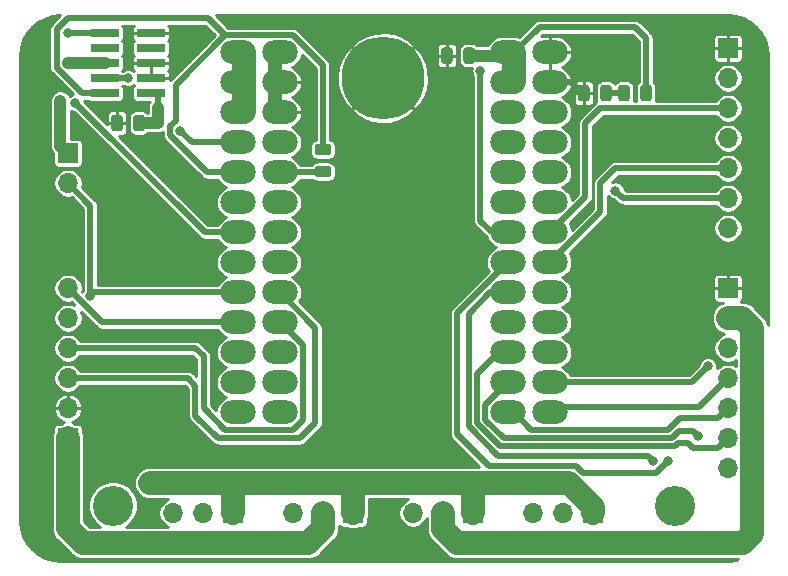
<source format=gbr>
G04 #@! TF.GenerationSoftware,KiCad,Pcbnew,5.1.7-a382d34a8~88~ubuntu20.04.1*
G04 #@! TF.CreationDate,2021-06-06T15:27:41-07:00*
G04 #@! TF.ProjectId,ft4232h-breakout,66743432-3332-4682-9d62-7265616b6f75,Jun2021b*
G04 #@! TF.SameCoordinates,Original*
G04 #@! TF.FileFunction,Copper,L1,Top*
G04 #@! TF.FilePolarity,Positive*
%FSLAX46Y46*%
G04 Gerber Fmt 4.6, Leading zero omitted, Abs format (unit mm)*
G04 Created by KiCad (PCBNEW 5.1.7-a382d34a8~88~ubuntu20.04.1) date 2021-06-06 15:27:41*
%MOMM*%
%LPD*%
G01*
G04 APERTURE LIST*
G04 #@! TA.AperFunction,ComponentPad*
%ADD10C,7.000000*%
G04 #@! TD*
G04 #@! TA.AperFunction,ComponentPad*
%ADD11O,1.700000X1.700000*%
G04 #@! TD*
G04 #@! TA.AperFunction,ComponentPad*
%ADD12R,1.700000X1.700000*%
G04 #@! TD*
G04 #@! TA.AperFunction,SMDPad,CuDef*
%ADD13R,2.400000X0.740000*%
G04 #@! TD*
G04 #@! TA.AperFunction,ComponentPad*
%ADD14O,3.000000X2.000000*%
G04 #@! TD*
G04 #@! TA.AperFunction,ViaPad*
%ADD15C,3.400000*%
G04 #@! TD*
G04 #@! TA.AperFunction,ViaPad*
%ADD16C,0.800000*%
G04 #@! TD*
G04 #@! TA.AperFunction,Conductor*
%ADD17C,2.000000*%
G04 #@! TD*
G04 #@! TA.AperFunction,Conductor*
%ADD18C,1.000000*%
G04 #@! TD*
G04 #@! TA.AperFunction,Conductor*
%ADD19C,0.500000*%
G04 #@! TD*
G04 #@! TA.AperFunction,Conductor*
%ADD20C,0.250000*%
G04 #@! TD*
G04 #@! TA.AperFunction,Conductor*
%ADD21C,0.254000*%
G04 #@! TD*
G04 #@! TA.AperFunction,Conductor*
%ADD22C,0.100000*%
G04 #@! TD*
G04 APERTURE END LIST*
G04 #@! TO.P,R2,2*
G04 #@! TO.N,Net-(D1-Pad2)*
G04 #@! TA.AperFunction,SMDPad,CuDef*
G36*
G01*
X119946000Y-88443750D02*
X119946000Y-89356250D01*
G75*
G02*
X119702250Y-89600000I-243750J0D01*
G01*
X119214750Y-89600000D01*
G75*
G02*
X118971000Y-89356250I0J243750D01*
G01*
X118971000Y-88443750D01*
G75*
G02*
X119214750Y-88200000I243750J0D01*
G01*
X119702250Y-88200000D01*
G75*
G02*
X119946000Y-88443750I0J-243750D01*
G01*
G37*
G04 #@! TD.AperFunction*
G04 #@! TO.P,R2,1*
G04 #@! TO.N,+5V*
G04 #@! TA.AperFunction,SMDPad,CuDef*
G36*
G01*
X121821000Y-88443750D02*
X121821000Y-89356250D01*
G75*
G02*
X121577250Y-89600000I-243750J0D01*
G01*
X121089750Y-89600000D01*
G75*
G02*
X120846000Y-89356250I0J243750D01*
G01*
X120846000Y-88443750D01*
G75*
G02*
X121089750Y-88200000I243750J0D01*
G01*
X121577250Y-88200000D01*
G75*
G02*
X121821000Y-88443750I0J-243750D01*
G01*
G37*
G04 #@! TD.AperFunction*
G04 #@! TD*
G04 #@! TO.P,D1,2*
G04 #@! TO.N,Net-(D1-Pad2)*
G04 #@! TA.AperFunction,SMDPad,CuDef*
G36*
G01*
X117450000Y-89356250D02*
X117450000Y-88443750D01*
G75*
G02*
X117693750Y-88200000I243750J0D01*
G01*
X118181250Y-88200000D01*
G75*
G02*
X118425000Y-88443750I0J-243750D01*
G01*
X118425000Y-89356250D01*
G75*
G02*
X118181250Y-89600000I-243750J0D01*
G01*
X117693750Y-89600000D01*
G75*
G02*
X117450000Y-89356250I0J243750D01*
G01*
G37*
G04 #@! TD.AperFunction*
G04 #@! TO.P,D1,1*
G04 #@! TO.N,GND*
G04 #@! TA.AperFunction,SMDPad,CuDef*
G36*
G01*
X115575000Y-89356250D02*
X115575000Y-88443750D01*
G75*
G02*
X115818750Y-88200000I243750J0D01*
G01*
X116306250Y-88200000D01*
G75*
G02*
X116550000Y-88443750I0J-243750D01*
G01*
X116550000Y-89356250D01*
G75*
G02*
X116306250Y-89600000I-243750J0D01*
G01*
X115818750Y-89600000D01*
G75*
G02*
X115575000Y-89356250I0J243750D01*
G01*
G37*
G04 #@! TD.AperFunction*
G04 #@! TD*
D10*
G04 #@! TO.P,TP1,1*
G04 #@! TO.N,GND*
X99060000Y-87630000D03*
G04 #@! TD*
G04 #@! TO.P,R1,2*
G04 #@! TO.N,/TDO-A*
G04 #@! TA.AperFunction,SMDPad,CuDef*
G36*
G01*
X94436250Y-94165000D02*
X93523750Y-94165000D01*
G75*
G02*
X93280000Y-93921250I0J243750D01*
G01*
X93280000Y-93433750D01*
G75*
G02*
X93523750Y-93190000I243750J0D01*
G01*
X94436250Y-93190000D01*
G75*
G02*
X94680000Y-93433750I0J-243750D01*
G01*
X94680000Y-93921250D01*
G75*
G02*
X94436250Y-94165000I-243750J0D01*
G01*
G37*
G04 #@! TD.AperFunction*
G04 #@! TO.P,R1,1*
G04 #@! TO.N,/TDI-A*
G04 #@! TA.AperFunction,SMDPad,CuDef*
G36*
G01*
X94436250Y-96040000D02*
X93523750Y-96040000D01*
G75*
G02*
X93280000Y-95796250I0J243750D01*
G01*
X93280000Y-95308750D01*
G75*
G02*
X93523750Y-95065000I243750J0D01*
G01*
X94436250Y-95065000D01*
G75*
G02*
X94680000Y-95308750I0J-243750D01*
G01*
X94680000Y-95796250D01*
G75*
G02*
X94436250Y-96040000I-243750J0D01*
G01*
G37*
G04 #@! TD.AperFunction*
G04 #@! TD*
D11*
G04 #@! TO.P,J9,2*
G04 #@! TO.N,/TDI-B*
X72390000Y-96520000D03*
D12*
G04 #@! TO.P,J9,1*
G04 #@! TO.N,/SWO*
X72390000Y-93980000D03*
G04 #@! TD*
D13*
G04 #@! TO.P,J5,10*
G04 #@! TO.N,/RST-A*
X75520000Y-83820000D03*
G04 #@! TO.P,J5,9*
G04 #@! TO.N,GND*
X79420000Y-83820000D03*
G04 #@! TO.P,J5,8*
G04 #@! TO.N,N/C*
X75520000Y-85090000D03*
G04 #@! TO.P,J5,7*
X79420000Y-85090000D03*
G04 #@! TO.P,J5,6*
G04 #@! TO.N,/SWO*
X75520000Y-86360000D03*
G04 #@! TO.P,J5,5*
G04 #@! TO.N,GND*
X79420000Y-86360000D03*
G04 #@! TO.P,J5,4*
G04 #@! TO.N,/TCK-A*
X75520000Y-87630000D03*
G04 #@! TO.P,J5,3*
G04 #@! TO.N,GND*
X79420000Y-87630000D03*
G04 #@! TO.P,J5,2*
G04 #@! TO.N,/TDO-A*
X75520000Y-88900000D03*
G04 #@! TO.P,J5,1*
G04 #@! TO.N,/VCC-A*
X79420000Y-88900000D03*
G04 #@! TD*
D14*
G04 #@! TO.P,X1,2-26*
G04 #@! TO.N,Net-(X1-Pad2-26)*
X90325000Y-115940000D03*
G04 #@! TO.P,X1,3-22*
G04 #@! TO.N,+3V3*
X113200000Y-110860000D03*
G04 #@! TO.P,X1,2-20*
G04 #@! TO.N,/TDO-B*
X90325000Y-108320000D03*
G04 #@! TO.P,X1,3-26*
G04 #@! TO.N,/TXD-C*
X113200000Y-115940000D03*
G04 #@! TO.P,X1,3-25*
G04 #@! TO.N,/RXD-C*
X109675000Y-115940000D03*
G04 #@! TO.P,X1,3-21*
G04 #@! TO.N,/DTR-C*
X109675000Y-110860000D03*
G04 #@! TO.P,X1,2-25*
G04 #@! TO.N,Net-(X1-Pad2-25)*
X86800000Y-115940000D03*
G04 #@! TO.P,X1,2-18*
G04 #@! TO.N,/TCK-B*
X90325000Y-105780000D03*
G04 #@! TO.P,X1,3-23*
G04 #@! TO.N,/CTS-C*
X109675000Y-113400000D03*
G04 #@! TO.P,X1,3-19*
G04 #@! TO.N,Net-(X1-Pad3-19)*
X109675000Y-108320000D03*
G04 #@! TO.P,X1,3-18*
G04 #@! TO.N,Net-(X1-Pad3-18)*
X113200000Y-105780000D03*
G04 #@! TO.P,X1,3-17*
G04 #@! TO.N,/TXD-D*
X109675000Y-105780000D03*
G04 #@! TO.P,X1,2-24*
G04 #@! TO.N,Net-(X1-Pad2-24)*
X90325000Y-113400000D03*
G04 #@! TO.P,X1,2-17*
G04 #@! TO.N,/TDI-B*
X86800000Y-105780000D03*
G04 #@! TO.P,X1,3-24*
G04 #@! TO.N,/RTS-C*
X113200000Y-113400000D03*
G04 #@! TO.P,X1,2-22*
G04 #@! TO.N,Net-(X1-Pad2-22)*
X90325000Y-110860000D03*
G04 #@! TO.P,X1,2-19*
G04 #@! TO.N,/TMS-B*
X86800000Y-108320000D03*
G04 #@! TO.P,X1,2-21*
G04 #@! TO.N,+3V3*
X86800000Y-110860000D03*
G04 #@! TO.P,X1,3-20*
G04 #@! TO.N,Net-(X1-Pad3-20)*
X113200000Y-108320000D03*
G04 #@! TO.P,X1,2-23*
G04 #@! TO.N,Net-(X1-Pad2-23)*
X86800000Y-113400000D03*
G04 #@! TO.P,X1,3-12*
G04 #@! TO.N,+3V3*
X113200000Y-98160000D03*
G04 #@! TO.P,X1,3-11*
G04 #@! TO.N,Net-(X1-Pad3-11)*
X109675000Y-98160000D03*
G04 #@! TO.P,X1,2-13*
G04 #@! TO.N,/RST-A*
X86800000Y-100700000D03*
G04 #@! TO.P,X1,3-10*
G04 #@! TO.N,Net-(X1-Pad3-10)*
X113200000Y-95620000D03*
G04 #@! TO.P,X1,3-13*
G04 #@! TO.N,/DTR-D*
X109675000Y-100700000D03*
G04 #@! TO.P,X1,2-14*
G04 #@! TO.N,Net-(X1-Pad2-14)*
X90325000Y-100700000D03*
G04 #@! TO.P,X1,2-9*
G04 #@! TO.N,/TDO-A*
X86800000Y-95620000D03*
G04 #@! TO.P,X1,3-9*
G04 #@! TO.N,Net-(X1-Pad3-9)*
X109675000Y-95620000D03*
G04 #@! TO.P,X1,3-14*
G04 #@! TO.N,/CTS-D*
X113200000Y-100700000D03*
G04 #@! TO.P,X1,2-10*
G04 #@! TO.N,/TDI-A*
X90325000Y-95620000D03*
G04 #@! TO.P,X1,2-16*
G04 #@! TO.N,Net-(X1-Pad2-16)*
X90325000Y-103240000D03*
G04 #@! TO.P,X1,3-16*
G04 #@! TO.N,/RXD-D*
X113200000Y-103240000D03*
G04 #@! TO.P,X1,2-12*
G04 #@! TO.N,/TMS-A*
X90325000Y-98160000D03*
G04 #@! TO.P,X1,3-15*
G04 #@! TO.N,/RTS-D*
X109675000Y-103240000D03*
G04 #@! TO.P,X1,2-15*
G04 #@! TO.N,Net-(X1-Pad2-15)*
X86800000Y-103240000D03*
G04 #@! TO.P,X1,2-11*
G04 #@! TO.N,+3V3*
X86800000Y-98160000D03*
G04 #@! TO.P,X1,3-8*
G04 #@! TO.N,Net-(X1-Pad3-8)*
X113200000Y-93080000D03*
G04 #@! TO.P,X1,3-7*
G04 #@! TO.N,Net-(X1-Pad3-7)*
X109675000Y-93080000D03*
G04 #@! TO.P,X1,3-6*
G04 #@! TO.N,Net-(X1-Pad3-6)*
X113200000Y-90540000D03*
G04 #@! TO.P,X1,2-5*
G04 #@! TO.N,+3V3*
X86800000Y-90540000D03*
G04 #@! TO.P,X1,3-5*
G04 #@! TO.N,Net-(X1-Pad3-5)*
X109675000Y-90540000D03*
G04 #@! TO.P,X1,2-6*
G04 #@! TO.N,GND*
X90325000Y-90540000D03*
G04 #@! TO.P,X1,2-8*
G04 #@! TO.N,Net-(X1-Pad2-8)*
X90325000Y-93080000D03*
G04 #@! TO.P,X1,2-7*
G04 #@! TO.N,/TCK-A*
X86800000Y-93080000D03*
G04 #@! TO.P,X1,3-4*
G04 #@! TO.N,GND*
X113200000Y-88000000D03*
G04 #@! TO.P,X1,2-3*
G04 #@! TO.N,+3V3*
X86800000Y-88000000D03*
G04 #@! TO.P,X1,3-3*
G04 #@! TO.N,+5V*
X109675000Y-88000000D03*
G04 #@! TO.P,X1,2-4*
G04 #@! TO.N,GND*
X90325000Y-88000000D03*
G04 #@! TO.P,X1,2-1*
G04 #@! TO.N,+3V3*
X86800000Y-85460000D03*
G04 #@! TO.P,X1,3-2*
G04 #@! TO.N,GND*
X113200000Y-85460000D03*
G04 #@! TO.P,X1,2-2*
X90325000Y-85460000D03*
G04 #@! TO.P,X1,3-1*
G04 #@! TO.N,+5V*
X109675000Y-85460000D03*
G04 #@! TD*
D11*
G04 #@! TO.P,J8,6*
G04 #@! TO.N,/TMS-B*
X72390000Y-105410000D03*
G04 #@! TO.P,J8,5*
G04 #@! TO.N,/TDI-B*
X72390000Y-107950000D03*
G04 #@! TO.P,J8,4*
G04 #@! TO.N,/TDO-B*
X72390000Y-110490000D03*
G04 #@! TO.P,J8,3*
G04 #@! TO.N,/TCK-B*
X72390000Y-113030000D03*
G04 #@! TO.P,J8,2*
G04 #@! TO.N,GND*
X72390000Y-115570000D03*
D12*
G04 #@! TO.P,J8,1*
G04 #@! TO.N,/VCC-B*
X72390000Y-118110000D03*
G04 #@! TD*
D11*
G04 #@! TO.P,J7,7*
G04 #@! TO.N,/RTS-C*
X128270000Y-120650000D03*
G04 #@! TO.P,J7,6*
G04 #@! TO.N,/DTR-C*
X128270000Y-118110000D03*
G04 #@! TO.P,J7,5*
G04 #@! TO.N,/RXD-C*
X128270000Y-115570000D03*
G04 #@! TO.P,J7,4*
G04 #@! TO.N,/TXD-C*
X128270000Y-113030000D03*
G04 #@! TO.P,J7,3*
G04 #@! TO.N,/CTS-C*
X128270000Y-110490000D03*
G04 #@! TO.P,J7,2*
G04 #@! TO.N,/VCC-C*
X128270000Y-107950000D03*
D12*
G04 #@! TO.P,J7,1*
G04 #@! TO.N,GND*
X128270000Y-105410000D03*
G04 #@! TD*
D11*
G04 #@! TO.P,J6,7*
G04 #@! TO.N,/RTS-D*
X128270000Y-100330000D03*
G04 #@! TO.P,J6,6*
G04 #@! TO.N,/DTR-D*
X128270000Y-97790000D03*
G04 #@! TO.P,J6,5*
G04 #@! TO.N,/RXD-D*
X128270000Y-95250000D03*
G04 #@! TO.P,J6,4*
G04 #@! TO.N,/TXD-D*
X128270000Y-92710000D03*
G04 #@! TO.P,J6,3*
G04 #@! TO.N,/CTS-D*
X128270000Y-90170000D03*
G04 #@! TO.P,J6,2*
G04 #@! TO.N,/VCC-D*
X128270000Y-87630000D03*
D12*
G04 #@! TO.P,J6,1*
G04 #@! TO.N,GND*
X128270000Y-85090000D03*
G04 #@! TD*
D11*
G04 #@! TO.P,J4,3*
G04 #@! TO.N,+5V*
X81280000Y-124460000D03*
G04 #@! TO.P,J4,2*
G04 #@! TO.N,/VCC-A*
X83820000Y-124460000D03*
D12*
G04 #@! TO.P,J4,1*
G04 #@! TO.N,+3V3*
X86360000Y-124460000D03*
G04 #@! TD*
D11*
G04 #@! TO.P,J3,3*
G04 #@! TO.N,+5V*
X91440000Y-124460000D03*
G04 #@! TO.P,J3,2*
G04 #@! TO.N,/VCC-B*
X93980000Y-124460000D03*
D12*
G04 #@! TO.P,J3,1*
G04 #@! TO.N,+3V3*
X96520000Y-124460000D03*
G04 #@! TD*
D11*
G04 #@! TO.P,J2,3*
G04 #@! TO.N,+5V*
X101600000Y-124460000D03*
G04 #@! TO.P,J2,2*
G04 #@! TO.N,/VCC-C*
X104140000Y-124460000D03*
D12*
G04 #@! TO.P,J2,1*
G04 #@! TO.N,+3V3*
X106680000Y-124460000D03*
G04 #@! TD*
D11*
G04 #@! TO.P,J1,3*
G04 #@! TO.N,+5V*
X111760000Y-124460000D03*
G04 #@! TO.P,J1,2*
G04 #@! TO.N,/VCC-D*
X114300000Y-124460000D03*
D12*
G04 #@! TO.P,J1,1*
G04 #@! TO.N,+3V3*
X116840000Y-124460000D03*
G04 #@! TD*
G04 #@! TO.P,C5,2*
G04 #@! TO.N,GND*
G04 #@! TA.AperFunction,SMDPad,CuDef*
G36*
G01*
X77020000Y-90983750D02*
X77020000Y-91896250D01*
G75*
G02*
X76776250Y-92140000I-243750J0D01*
G01*
X76288750Y-92140000D01*
G75*
G02*
X76045000Y-91896250I0J243750D01*
G01*
X76045000Y-90983750D01*
G75*
G02*
X76288750Y-90740000I243750J0D01*
G01*
X76776250Y-90740000D01*
G75*
G02*
X77020000Y-90983750I0J-243750D01*
G01*
G37*
G04 #@! TD.AperFunction*
G04 #@! TO.P,C5,1*
G04 #@! TO.N,/VCC-A*
G04 #@! TA.AperFunction,SMDPad,CuDef*
G36*
G01*
X78895000Y-90983750D02*
X78895000Y-91896250D01*
G75*
G02*
X78651250Y-92140000I-243750J0D01*
G01*
X78163750Y-92140000D01*
G75*
G02*
X77920000Y-91896250I0J243750D01*
G01*
X77920000Y-90983750D01*
G75*
G02*
X78163750Y-90740000I243750J0D01*
G01*
X78651250Y-90740000D01*
G75*
G02*
X78895000Y-90983750I0J-243750D01*
G01*
G37*
G04 #@! TD.AperFunction*
G04 #@! TD*
G04 #@! TO.P,C1,2*
G04 #@! TO.N,+5V*
G04 #@! TA.AperFunction,SMDPad,CuDef*
G36*
G01*
X105860000Y-86181250D02*
X105860000Y-85268750D01*
G75*
G02*
X106103750Y-85025000I243750J0D01*
G01*
X106591250Y-85025000D01*
G75*
G02*
X106835000Y-85268750I0J-243750D01*
G01*
X106835000Y-86181250D01*
G75*
G02*
X106591250Y-86425000I-243750J0D01*
G01*
X106103750Y-86425000D01*
G75*
G02*
X105860000Y-86181250I0J243750D01*
G01*
G37*
G04 #@! TD.AperFunction*
G04 #@! TO.P,C1,1*
G04 #@! TO.N,GND*
G04 #@! TA.AperFunction,SMDPad,CuDef*
G36*
G01*
X103985000Y-86181250D02*
X103985000Y-85268750D01*
G75*
G02*
X104228750Y-85025000I243750J0D01*
G01*
X104716250Y-85025000D01*
G75*
G02*
X104960000Y-85268750I0J-243750D01*
G01*
X104960000Y-86181250D01*
G75*
G02*
X104716250Y-86425000I-243750J0D01*
G01*
X104228750Y-86425000D01*
G75*
G02*
X103985000Y-86181250I0J243750D01*
G01*
G37*
G04 #@! TD.AperFunction*
G04 #@! TD*
D15*
G04 #@! TO.N,*
X76200000Y-123825000D03*
X123825000Y-123825000D03*
D16*
G04 #@! TO.N,GND*
X83820000Y-83820000D03*
X78105000Y-93345000D03*
X102870000Y-83820000D03*
X122936000Y-85344000D03*
X119888000Y-85344000D03*
G04 #@! TO.N,+3V3*
X79375000Y-121920000D03*
G04 #@! TO.N,/VCC-A*
X80010000Y-91440000D03*
G04 #@! TO.N,/RST-A*
X72390000Y-83820000D03*
X73025000Y-89750010D03*
G04 #@! TO.N,/TCK-A*
X81915000Y-92075000D03*
X77470000Y-87630000D03*
G04 #@! TO.N,/RTS-D*
X123190000Y-120015000D03*
G04 #@! TO.N,/DTR-D*
X118745000Y-97155000D03*
X107315000Y-86995000D03*
G04 #@! TO.N,/TXD-D*
X121920000Y-120015000D03*
G04 #@! TO.N,/RTS-C*
X126580010Y-112038684D03*
G04 #@! TO.N,/CTS-C*
X125741781Y-117895071D03*
G04 #@! TO.N,/TDI-B*
X74295000Y-106045000D03*
G04 #@! TO.N,/SWO*
X72390000Y-86360000D03*
X71755000Y-89535000D03*
G04 #@! TD*
D17*
G04 #@! TO.N,+5V*
X110175000Y-85460000D02*
X110175000Y-88000000D01*
D18*
X109910000Y-85725000D02*
X110175000Y-85460000D01*
X106347500Y-85725000D02*
X109910000Y-85725000D01*
D19*
X121333500Y-88900000D02*
X121333500Y-84249500D01*
X121333500Y-84249500D02*
X120396000Y-83312000D01*
X112323000Y-83312000D02*
X110175000Y-85460000D01*
X120396000Y-83312000D02*
X112323000Y-83312000D01*
D20*
G04 #@! TO.N,GND*
X127900000Y-85460000D02*
X128270000Y-85090000D01*
D18*
X89825000Y-85460000D02*
X89825000Y-88000000D01*
X89825000Y-88000000D02*
X89825000Y-90540000D01*
D20*
X89825000Y-88000000D02*
X92445000Y-88000000D01*
X92445000Y-88000000D02*
X92710000Y-88265000D01*
D19*
X115002500Y-88000000D02*
X115902500Y-88900000D01*
X112700000Y-88000000D02*
X115002500Y-88000000D01*
D17*
G04 #@! TO.N,+3V3*
X87300000Y-85460000D02*
X87300000Y-88000000D01*
X87300000Y-88000000D02*
X87300000Y-90540000D01*
X86360000Y-121920000D02*
X86360000Y-124460000D01*
X88265000Y-121920000D02*
X86360000Y-121920000D01*
X116840000Y-124460000D02*
X116840000Y-123965998D01*
X116840000Y-123965998D02*
X114794002Y-121920000D01*
X96520000Y-122555000D02*
X95885000Y-121920000D01*
X95885000Y-121920000D02*
X88265000Y-121920000D01*
X96520000Y-124460000D02*
X96520000Y-122555000D01*
X106680000Y-124460000D02*
X106680000Y-121920000D01*
X106680000Y-121920000D02*
X95885000Y-121920000D01*
X114794002Y-121920000D02*
X106680000Y-121920000D01*
X86360000Y-121920000D02*
X79375000Y-121920000D01*
G04 #@! TO.N,/VCC-C*
X104140000Y-125780002D02*
X105359998Y-127000000D01*
X104140000Y-124460000D02*
X104140000Y-125780002D01*
X105359998Y-127000000D02*
X129540000Y-127000000D01*
X130320001Y-108797920D02*
X129472081Y-107950000D01*
X129472081Y-107950000D02*
X128270000Y-107950000D01*
X130320001Y-126219999D02*
X130320001Y-108797920D01*
X129540000Y-127000000D02*
X130320001Y-126219999D01*
G04 #@! TO.N,/VCC-B*
X93980000Y-124460000D02*
X93980000Y-125730000D01*
X93980000Y-125730000D02*
X92710000Y-127000000D01*
X92710000Y-127000000D02*
X73660000Y-127000000D01*
X72390000Y-125730000D02*
X72390000Y-118110000D01*
X73660000Y-127000000D02*
X72390000Y-125730000D01*
D18*
G04 #@! TO.N,/VCC-A*
X80010000Y-91440000D02*
X78407500Y-91440000D01*
X80010000Y-91440000D02*
X80010000Y-90170000D01*
D19*
X80010000Y-90170000D02*
X80010000Y-88900000D01*
G04 #@! TO.N,/RST-A*
X75520000Y-83820000D02*
X72390000Y-83820000D01*
X87300000Y-100700000D02*
X83974990Y-100700000D01*
X83974990Y-100700000D02*
X73424999Y-90150009D01*
X73424999Y-90150009D02*
X73025000Y-89750010D01*
G04 #@! TO.N,/TDO-A*
X91425613Y-84009990D02*
X85699387Y-84009990D01*
X93980000Y-86564377D02*
X91425613Y-84009990D01*
X93980000Y-93677500D02*
X93980000Y-86564377D01*
X72390000Y-82550000D02*
X84239397Y-82550000D01*
X71755000Y-83185000D02*
X72390000Y-82550000D01*
X71755000Y-83196998D02*
X71755000Y-83185000D01*
X84239397Y-82550000D02*
X85699387Y-84009990D01*
X71439990Y-83512008D02*
X71755000Y-83196998D01*
X71439990Y-86753507D02*
X71439990Y-83512008D01*
X73586483Y-88900000D02*
X71439990Y-86753507D01*
X75520000Y-88900000D02*
X73586483Y-88900000D01*
X85699387Y-84009990D02*
X81506998Y-88202379D01*
X81506998Y-88202379D02*
X81506998Y-91224998D01*
X81506998Y-91224998D02*
X81064998Y-91666998D01*
X81064998Y-91666998D02*
X81064998Y-92483002D01*
X81064998Y-92483002D02*
X84201996Y-95620000D01*
X84201996Y-95620000D02*
X87300000Y-95620000D01*
G04 #@! TO.N,/TCK-A*
X87300000Y-93080000D02*
X82920000Y-93080000D01*
X82920000Y-93080000D02*
X81915000Y-92075000D01*
X75520000Y-87630000D02*
X77470000Y-87630000D01*
G04 #@! TO.N,/TDI-A*
X93912500Y-95620000D02*
X93980000Y-95552500D01*
X89825000Y-95620000D02*
X93912500Y-95620000D01*
G04 #@! TO.N,/RTS-D*
X110175000Y-103240000D02*
X109664377Y-103240000D01*
X105344990Y-117764954D02*
X108050024Y-120469989D01*
X115394616Y-120469989D02*
X115974626Y-121049999D01*
X109664377Y-103240000D02*
X105344990Y-107559387D01*
X108050024Y-120469989D02*
X115394616Y-120469989D01*
X105344990Y-107559387D02*
X105344990Y-117764954D01*
X122155001Y-121049999D02*
X123190000Y-120015000D01*
X121520001Y-121049999D02*
X122155001Y-121049999D01*
X115974626Y-121049999D02*
X121520001Y-121049999D01*
G04 #@! TO.N,/DTR-D*
X119380000Y-97790000D02*
X118745000Y-97155000D01*
X128270000Y-97790000D02*
X119380000Y-97790000D01*
X108320000Y-100700000D02*
X110175000Y-100700000D01*
X107315000Y-99695000D02*
X108320000Y-100700000D01*
X107315000Y-86995000D02*
X107315000Y-99695000D01*
G04 #@! TO.N,/RXD-D*
X113210623Y-103240000D02*
X117475000Y-98975623D01*
X112700000Y-103240000D02*
X113210623Y-103240000D01*
X117475000Y-98975623D02*
X117475000Y-96520000D01*
X118745000Y-95250000D02*
X128270000Y-95250000D01*
X117475000Y-96520000D02*
X118745000Y-95250000D01*
G04 #@! TO.N,/TXD-D*
X106324969Y-117120521D02*
X106324969Y-107569372D01*
X108819449Y-119615001D02*
X106324969Y-117120521D01*
X121520001Y-119615001D02*
X108819449Y-119615001D01*
X121920000Y-120015000D02*
X121520001Y-119615001D01*
X108114341Y-105780000D02*
X110175000Y-105780000D01*
X106324969Y-107569372D02*
X108114341Y-105780000D01*
G04 #@! TO.N,/CTS-D*
X113210623Y-100700000D02*
X116205000Y-97705623D01*
X112700000Y-100700000D02*
X113210623Y-100700000D01*
X116205000Y-97705623D02*
X116205000Y-91440000D01*
X117475000Y-90170000D02*
X128270000Y-90170000D01*
X116205000Y-91440000D02*
X117475000Y-90170000D01*
G04 #@! TO.N,/RTS-C*
X112700000Y-113400000D02*
X125218694Y-113400000D01*
X125218694Y-113400000D02*
X126580010Y-112038684D01*
G04 #@! TO.N,/DTR-C*
X124868002Y-118529998D02*
X125298003Y-118959999D01*
X123791964Y-118790032D02*
X124051998Y-118529998D01*
X108984444Y-118790032D02*
X123791964Y-118790032D01*
X107024979Y-116830567D02*
X108984444Y-118790032D01*
X107024979Y-112685021D02*
X107024979Y-116830567D01*
X108850000Y-110860000D02*
X107024979Y-112685021D01*
X125298003Y-118959999D02*
X127420001Y-118959999D01*
X110175000Y-110860000D02*
X108850000Y-110860000D01*
X124051998Y-118529998D02*
X124868002Y-118529998D01*
X127420001Y-118959999D02*
X128270000Y-118110000D01*
G04 #@! TO.N,/RXD-C*
X127420001Y-116419999D02*
X128270000Y-115570000D01*
X123212056Y-117390010D02*
X124182067Y-116419999D01*
X124182067Y-116419999D02*
X127420001Y-116419999D01*
X110175000Y-115940000D02*
X111625010Y-117390010D01*
X111625010Y-117390010D02*
X123212056Y-117390010D01*
G04 #@! TO.N,/TXD-C*
X112700000Y-115940000D02*
X113135010Y-115504990D01*
X113135010Y-115504990D02*
X125795010Y-115504990D01*
X125795010Y-115504990D02*
X128270000Y-113030000D01*
G04 #@! TO.N,/CTS-C*
X107724990Y-116540611D02*
X109274400Y-118090021D01*
X109274400Y-118090021D02*
X123502010Y-118090021D01*
X124096959Y-117495072D02*
X125341782Y-117495072D01*
X110175000Y-113400000D02*
X109664377Y-113400000D01*
X109664377Y-113400000D02*
X107724990Y-115339387D01*
X107724990Y-115339387D02*
X107724990Y-116540611D01*
X123502010Y-118090021D02*
X124096959Y-117495072D01*
X125341782Y-117495072D02*
X125741781Y-117895071D01*
G04 #@! TO.N,/TMS-B*
X75300000Y-108320000D02*
X72390000Y-105410000D01*
X87300000Y-108320000D02*
X75300000Y-108320000D01*
G04 #@! TO.N,/TDI-B*
X74560000Y-105780000D02*
X74295000Y-106045000D01*
X87300000Y-105780000D02*
X74560000Y-105780000D01*
X74295000Y-98425000D02*
X72390000Y-96520000D01*
X74295000Y-106045000D02*
X74295000Y-98425000D01*
G04 #@! TO.N,/TDO-B*
X91425613Y-117390010D02*
X85699387Y-117390010D01*
X92275010Y-116540613D02*
X91425613Y-117390010D01*
X92275010Y-110259387D02*
X92275010Y-116540613D01*
X83885011Y-111190011D02*
X83185000Y-110490000D01*
X90335623Y-108320000D02*
X92275010Y-110259387D01*
X89825000Y-108320000D02*
X90335623Y-108320000D01*
X83885011Y-115575634D02*
X83885011Y-111190011D01*
X85699387Y-117390010D02*
X83885011Y-115575634D01*
X83185000Y-110490000D02*
X72390000Y-110490000D01*
G04 #@! TO.N,/TCK-B*
X89825000Y-105780000D02*
X90335623Y-105780000D01*
X90335623Y-105780000D02*
X93345000Y-108789377D01*
X93345000Y-116840000D02*
X92075000Y-118110000D01*
X93345000Y-108789377D02*
X93345000Y-116840000D01*
X92075000Y-118110000D02*
X85090000Y-118110000D01*
X85090000Y-118110000D02*
X83185000Y-116205000D01*
X83185000Y-116205000D02*
X83185000Y-113665000D01*
X83185000Y-113665000D02*
X82550000Y-113030000D01*
X82550000Y-113030000D02*
X72390000Y-113030000D01*
D18*
G04 #@! TO.N,/SWO*
X75520000Y-86360000D02*
X72390000Y-86360000D01*
X71755000Y-93345000D02*
X72390000Y-93980000D01*
X71755000Y-89535000D02*
X71755000Y-93345000D01*
D19*
G04 #@! TO.N,Net-(D1-Pad2)*
X117777500Y-88900000D02*
X119458500Y-88900000D01*
G04 #@! TD*
D21*
G04 #@! TO.N,GND*
X128930793Y-82387738D02*
X129566423Y-82579646D01*
X130152669Y-82891359D01*
X130667203Y-83311002D01*
X131090431Y-83822598D01*
X131406227Y-84406650D01*
X131602567Y-85040921D01*
X131673981Y-85720382D01*
X131674001Y-85726133D01*
X131674000Y-108504060D01*
X131602052Y-108266877D01*
X131473816Y-108026965D01*
X131301240Y-107816681D01*
X131248541Y-107773432D01*
X130496569Y-107021460D01*
X130453320Y-106968761D01*
X130243036Y-106796185D01*
X130003124Y-106667949D01*
X129742804Y-106588982D01*
X129539924Y-106569000D01*
X129539914Y-106569000D01*
X129472081Y-106562319D01*
X129404248Y-106569000D01*
X129344055Y-106569000D01*
X129390711Y-106530711D01*
X129438322Y-106472696D01*
X129473701Y-106406508D01*
X129495487Y-106334689D01*
X129502843Y-106260000D01*
X129501000Y-105505750D01*
X129405750Y-105410500D01*
X128270500Y-105410500D01*
X128270500Y-105430500D01*
X128269500Y-105430500D01*
X128269500Y-105410500D01*
X127134250Y-105410500D01*
X127039000Y-105505750D01*
X127037157Y-106260000D01*
X127044513Y-106334689D01*
X127066299Y-106406508D01*
X127101678Y-106472696D01*
X127149289Y-106530711D01*
X127207304Y-106578322D01*
X127273492Y-106613701D01*
X127345311Y-106635487D01*
X127420000Y-106642843D01*
X127824983Y-106641853D01*
X127738957Y-106667949D01*
X127499045Y-106796185D01*
X127288761Y-106968761D01*
X127116185Y-107179045D01*
X126987949Y-107418957D01*
X126908982Y-107679277D01*
X126882318Y-107950000D01*
X126908982Y-108220723D01*
X126987949Y-108481043D01*
X127116185Y-108720955D01*
X127288761Y-108931239D01*
X127499045Y-109103815D01*
X127738957Y-109232051D01*
X127954909Y-109297559D01*
X127910931Y-109306307D01*
X127686903Y-109399102D01*
X127485283Y-109533820D01*
X127313820Y-109705283D01*
X127179102Y-109906903D01*
X127086307Y-110130931D01*
X127039000Y-110368757D01*
X127039000Y-110611243D01*
X127086307Y-110849069D01*
X127179102Y-111073097D01*
X127313820Y-111274717D01*
X127485283Y-111446180D01*
X127686903Y-111580898D01*
X127910931Y-111673693D01*
X128148757Y-111721000D01*
X128391243Y-111721000D01*
X128629069Y-111673693D01*
X128853097Y-111580898D01*
X128939002Y-111523498D01*
X128939002Y-111996502D01*
X128853097Y-111939102D01*
X128629069Y-111846307D01*
X128391243Y-111799000D01*
X128148757Y-111799000D01*
X127910931Y-111846307D01*
X127686903Y-111939102D01*
X127485283Y-112073820D01*
X127340528Y-112218575D01*
X127361010Y-112115606D01*
X127361010Y-111961762D01*
X127330997Y-111810875D01*
X127272123Y-111668742D01*
X127186652Y-111540825D01*
X127077869Y-111432042D01*
X126949952Y-111346571D01*
X126807819Y-111287697D01*
X126656932Y-111257684D01*
X126503088Y-111257684D01*
X126352201Y-111287697D01*
X126210068Y-111346571D01*
X126082151Y-111432042D01*
X125973368Y-111540825D01*
X125887897Y-111668742D01*
X125829023Y-111810875D01*
X125807563Y-111918762D01*
X124957326Y-112769000D01*
X114928623Y-112769000D01*
X114853815Y-112629045D01*
X114681239Y-112418761D01*
X114470955Y-112246185D01*
X114253589Y-112130000D01*
X114470955Y-112013815D01*
X114681239Y-111841239D01*
X114853815Y-111630955D01*
X114982051Y-111391043D01*
X115061018Y-111130723D01*
X115087682Y-110860000D01*
X115061018Y-110589277D01*
X114982051Y-110328957D01*
X114853815Y-110089045D01*
X114681239Y-109878761D01*
X114470955Y-109706185D01*
X114253589Y-109590000D01*
X114470955Y-109473815D01*
X114681239Y-109301239D01*
X114853815Y-109090955D01*
X114982051Y-108851043D01*
X115061018Y-108590723D01*
X115087682Y-108320000D01*
X115061018Y-108049277D01*
X114982051Y-107788957D01*
X114853815Y-107549045D01*
X114681239Y-107338761D01*
X114470955Y-107166185D01*
X114253589Y-107050000D01*
X114470955Y-106933815D01*
X114681239Y-106761239D01*
X114853815Y-106550955D01*
X114982051Y-106311043D01*
X115061018Y-106050723D01*
X115087682Y-105780000D01*
X115061018Y-105509277D01*
X114982051Y-105248957D01*
X114853815Y-105009045D01*
X114681239Y-104798761D01*
X114470955Y-104626185D01*
X114347133Y-104560000D01*
X127037157Y-104560000D01*
X127039000Y-105314250D01*
X127134250Y-105409500D01*
X128269500Y-105409500D01*
X128269500Y-104274250D01*
X128270500Y-104274250D01*
X128270500Y-105409500D01*
X129405750Y-105409500D01*
X129501000Y-105314250D01*
X129502843Y-104560000D01*
X129495487Y-104485311D01*
X129473701Y-104413492D01*
X129438322Y-104347304D01*
X129390711Y-104289289D01*
X129332696Y-104241678D01*
X129266508Y-104206299D01*
X129194689Y-104184513D01*
X129120000Y-104177157D01*
X128365750Y-104179000D01*
X128270500Y-104274250D01*
X128269500Y-104274250D01*
X128174250Y-104179000D01*
X127420000Y-104177157D01*
X127345311Y-104184513D01*
X127273492Y-104206299D01*
X127207304Y-104241678D01*
X127149289Y-104289289D01*
X127101678Y-104347304D01*
X127066299Y-104413492D01*
X127044513Y-104485311D01*
X127037157Y-104560000D01*
X114347133Y-104560000D01*
X114253589Y-104510000D01*
X114470955Y-104393815D01*
X114681239Y-104221239D01*
X114853815Y-104010955D01*
X114982051Y-103771043D01*
X115061018Y-103510723D01*
X115087682Y-103240000D01*
X115061018Y-102969277D01*
X114982051Y-102708957D01*
X114860827Y-102482164D01*
X117134234Y-100208757D01*
X127039000Y-100208757D01*
X127039000Y-100451243D01*
X127086307Y-100689069D01*
X127179102Y-100913097D01*
X127313820Y-101114717D01*
X127485283Y-101286180D01*
X127686903Y-101420898D01*
X127910931Y-101513693D01*
X128148757Y-101561000D01*
X128391243Y-101561000D01*
X128629069Y-101513693D01*
X128853097Y-101420898D01*
X129054717Y-101286180D01*
X129226180Y-101114717D01*
X129360898Y-100913097D01*
X129453693Y-100689069D01*
X129501000Y-100451243D01*
X129501000Y-100208757D01*
X129453693Y-99970931D01*
X129360898Y-99746903D01*
X129226180Y-99545283D01*
X129054717Y-99373820D01*
X128853097Y-99239102D01*
X128629069Y-99146307D01*
X128391243Y-99099000D01*
X128148757Y-99099000D01*
X127910931Y-99146307D01*
X127686903Y-99239102D01*
X127485283Y-99373820D01*
X127313820Y-99545283D01*
X127179102Y-99746903D01*
X127086307Y-99970931D01*
X127039000Y-100208757D01*
X117134234Y-100208757D01*
X117899269Y-99443723D01*
X117923343Y-99423966D01*
X118002196Y-99327884D01*
X118060789Y-99218265D01*
X118096870Y-99099321D01*
X118106000Y-99006621D01*
X118106000Y-99006614D01*
X118109052Y-98975623D01*
X118106000Y-98944633D01*
X118106000Y-97604432D01*
X118138358Y-97652859D01*
X118247141Y-97761642D01*
X118375058Y-97847113D01*
X118517191Y-97905987D01*
X118625078Y-97927447D01*
X118911899Y-98214268D01*
X118931657Y-98238343D01*
X118955732Y-98258101D01*
X118955734Y-98258103D01*
X119027739Y-98317196D01*
X119137358Y-98375789D01*
X119256302Y-98411870D01*
X119380000Y-98424053D01*
X119410998Y-98421000D01*
X127211110Y-98421000D01*
X127313820Y-98574717D01*
X127485283Y-98746180D01*
X127686903Y-98880898D01*
X127910931Y-98973693D01*
X128148757Y-99021000D01*
X128391243Y-99021000D01*
X128629069Y-98973693D01*
X128853097Y-98880898D01*
X129054717Y-98746180D01*
X129226180Y-98574717D01*
X129360898Y-98373097D01*
X129453693Y-98149069D01*
X129501000Y-97911243D01*
X129501000Y-97668757D01*
X129453693Y-97430931D01*
X129360898Y-97206903D01*
X129226180Y-97005283D01*
X129054717Y-96833820D01*
X128853097Y-96699102D01*
X128629069Y-96606307D01*
X128391243Y-96559000D01*
X128148757Y-96559000D01*
X127910931Y-96606307D01*
X127686903Y-96699102D01*
X127485283Y-96833820D01*
X127313820Y-97005283D01*
X127211110Y-97159000D01*
X119641369Y-97159000D01*
X119517447Y-97035078D01*
X119495987Y-96927191D01*
X119437113Y-96785058D01*
X119351642Y-96657141D01*
X119242859Y-96548358D01*
X119114942Y-96462887D01*
X118972809Y-96404013D01*
X118821922Y-96374000D01*
X118668078Y-96374000D01*
X118517191Y-96404013D01*
X118459430Y-96427939D01*
X119006369Y-95881000D01*
X127211110Y-95881000D01*
X127313820Y-96034717D01*
X127485283Y-96206180D01*
X127686903Y-96340898D01*
X127910931Y-96433693D01*
X128148757Y-96481000D01*
X128391243Y-96481000D01*
X128629069Y-96433693D01*
X128853097Y-96340898D01*
X129054717Y-96206180D01*
X129226180Y-96034717D01*
X129360898Y-95833097D01*
X129453693Y-95609069D01*
X129501000Y-95371243D01*
X129501000Y-95128757D01*
X129453693Y-94890931D01*
X129360898Y-94666903D01*
X129226180Y-94465283D01*
X129054717Y-94293820D01*
X128853097Y-94159102D01*
X128629069Y-94066307D01*
X128391243Y-94019000D01*
X128148757Y-94019000D01*
X127910931Y-94066307D01*
X127686903Y-94159102D01*
X127485283Y-94293820D01*
X127313820Y-94465283D01*
X127211110Y-94619000D01*
X118775987Y-94619000D01*
X118744999Y-94615948D01*
X118714011Y-94619000D01*
X118714002Y-94619000D01*
X118621302Y-94628130D01*
X118502358Y-94664211D01*
X118392739Y-94722804D01*
X118296657Y-94801657D01*
X118276899Y-94825732D01*
X117050735Y-96051897D01*
X117026658Y-96071657D01*
X117006900Y-96095732D01*
X117006897Y-96095735D01*
X116947804Y-96167740D01*
X116889211Y-96277359D01*
X116853130Y-96396303D01*
X116840948Y-96520000D01*
X116844001Y-96551000D01*
X116844000Y-98714254D01*
X115067111Y-100491143D01*
X115061018Y-100429277D01*
X114982051Y-100168957D01*
X114860827Y-99942164D01*
X116629269Y-98173723D01*
X116653343Y-98153966D01*
X116732196Y-98057884D01*
X116790789Y-97948265D01*
X116826870Y-97829321D01*
X116836000Y-97736621D01*
X116836000Y-97736620D01*
X116839053Y-97705623D01*
X116836000Y-97674625D01*
X116836000Y-92588757D01*
X127039000Y-92588757D01*
X127039000Y-92831243D01*
X127086307Y-93069069D01*
X127179102Y-93293097D01*
X127313820Y-93494717D01*
X127485283Y-93666180D01*
X127686903Y-93800898D01*
X127910931Y-93893693D01*
X128148757Y-93941000D01*
X128391243Y-93941000D01*
X128629069Y-93893693D01*
X128853097Y-93800898D01*
X129054717Y-93666180D01*
X129226180Y-93494717D01*
X129360898Y-93293097D01*
X129453693Y-93069069D01*
X129501000Y-92831243D01*
X129501000Y-92588757D01*
X129453693Y-92350931D01*
X129360898Y-92126903D01*
X129226180Y-91925283D01*
X129054717Y-91753820D01*
X128853097Y-91619102D01*
X128629069Y-91526307D01*
X128391243Y-91479000D01*
X128148757Y-91479000D01*
X127910931Y-91526307D01*
X127686903Y-91619102D01*
X127485283Y-91753820D01*
X127313820Y-91925283D01*
X127179102Y-92126903D01*
X127086307Y-92350931D01*
X127039000Y-92588757D01*
X116836000Y-92588757D01*
X116836000Y-91701368D01*
X117736369Y-90801000D01*
X127211110Y-90801000D01*
X127313820Y-90954717D01*
X127485283Y-91126180D01*
X127686903Y-91260898D01*
X127910931Y-91353693D01*
X128148757Y-91401000D01*
X128391243Y-91401000D01*
X128629069Y-91353693D01*
X128853097Y-91260898D01*
X129054717Y-91126180D01*
X129226180Y-90954717D01*
X129360898Y-90753097D01*
X129453693Y-90529069D01*
X129501000Y-90291243D01*
X129501000Y-90048757D01*
X129453693Y-89810931D01*
X129360898Y-89586903D01*
X129226180Y-89385283D01*
X129054717Y-89213820D01*
X128853097Y-89079102D01*
X128629069Y-88986307D01*
X128391243Y-88939000D01*
X128148757Y-88939000D01*
X127910931Y-88986307D01*
X127686903Y-89079102D01*
X127485283Y-89213820D01*
X127313820Y-89385283D01*
X127211110Y-89539000D01*
X122173448Y-89539000D01*
X122191803Y-89478492D01*
X122203843Y-89356250D01*
X122203843Y-88443750D01*
X122191803Y-88321508D01*
X122156146Y-88203963D01*
X122098243Y-88095634D01*
X122020318Y-88000682D01*
X121964500Y-87954873D01*
X121964500Y-87508757D01*
X127039000Y-87508757D01*
X127039000Y-87751243D01*
X127086307Y-87989069D01*
X127179102Y-88213097D01*
X127313820Y-88414717D01*
X127485283Y-88586180D01*
X127686903Y-88720898D01*
X127910931Y-88813693D01*
X128148757Y-88861000D01*
X128391243Y-88861000D01*
X128629069Y-88813693D01*
X128853097Y-88720898D01*
X129054717Y-88586180D01*
X129226180Y-88414717D01*
X129360898Y-88213097D01*
X129453693Y-87989069D01*
X129501000Y-87751243D01*
X129501000Y-87508757D01*
X129453693Y-87270931D01*
X129360898Y-87046903D01*
X129226180Y-86845283D01*
X129054717Y-86673820D01*
X128853097Y-86539102D01*
X128629069Y-86446307D01*
X128391243Y-86399000D01*
X128148757Y-86399000D01*
X127910931Y-86446307D01*
X127686903Y-86539102D01*
X127485283Y-86673820D01*
X127313820Y-86845283D01*
X127179102Y-87046903D01*
X127086307Y-87270931D01*
X127039000Y-87508757D01*
X121964500Y-87508757D01*
X121964500Y-85940000D01*
X127037157Y-85940000D01*
X127044513Y-86014689D01*
X127066299Y-86086508D01*
X127101678Y-86152696D01*
X127149289Y-86210711D01*
X127207304Y-86258322D01*
X127273492Y-86293701D01*
X127345311Y-86315487D01*
X127420000Y-86322843D01*
X128174250Y-86321000D01*
X128269500Y-86225750D01*
X128269500Y-85090500D01*
X128270500Y-85090500D01*
X128270500Y-86225750D01*
X128365750Y-86321000D01*
X129120000Y-86322843D01*
X129194689Y-86315487D01*
X129266508Y-86293701D01*
X129332696Y-86258322D01*
X129390711Y-86210711D01*
X129438322Y-86152696D01*
X129473701Y-86086508D01*
X129495487Y-86014689D01*
X129502843Y-85940000D01*
X129501000Y-85185750D01*
X129405750Y-85090500D01*
X128270500Y-85090500D01*
X128269500Y-85090500D01*
X127134250Y-85090500D01*
X127039000Y-85185750D01*
X127037157Y-85940000D01*
X121964500Y-85940000D01*
X121964500Y-84280487D01*
X121967552Y-84249499D01*
X121966617Y-84240000D01*
X127037157Y-84240000D01*
X127039000Y-84994250D01*
X127134250Y-85089500D01*
X128269500Y-85089500D01*
X128269500Y-83954250D01*
X128270500Y-83954250D01*
X128270500Y-85089500D01*
X129405750Y-85089500D01*
X129501000Y-84994250D01*
X129502843Y-84240000D01*
X129495487Y-84165311D01*
X129473701Y-84093492D01*
X129438322Y-84027304D01*
X129390711Y-83969289D01*
X129332696Y-83921678D01*
X129266508Y-83886299D01*
X129194689Y-83864513D01*
X129120000Y-83857157D01*
X128365750Y-83859000D01*
X128270500Y-83954250D01*
X128269500Y-83954250D01*
X128174250Y-83859000D01*
X127420000Y-83857157D01*
X127345311Y-83864513D01*
X127273492Y-83886299D01*
X127207304Y-83921678D01*
X127149289Y-83969289D01*
X127101678Y-84027304D01*
X127066299Y-84093492D01*
X127044513Y-84165311D01*
X127037157Y-84240000D01*
X121966617Y-84240000D01*
X121964500Y-84218511D01*
X121964500Y-84218502D01*
X121955370Y-84125802D01*
X121919289Y-84006858D01*
X121860696Y-83897239D01*
X121833637Y-83864268D01*
X121801603Y-83825234D01*
X121801601Y-83825232D01*
X121781843Y-83801157D01*
X121757768Y-83781399D01*
X120864105Y-82887737D01*
X120844343Y-82863657D01*
X120748261Y-82784804D01*
X120638642Y-82726211D01*
X120519698Y-82690130D01*
X120426998Y-82681000D01*
X120426990Y-82681000D01*
X120396000Y-82677948D01*
X120365010Y-82681000D01*
X112353990Y-82681000D01*
X112323000Y-82677948D01*
X112292009Y-82681000D01*
X112292002Y-82681000D01*
X112199302Y-82690130D01*
X112080358Y-82726211D01*
X111970739Y-82784804D01*
X111917580Y-82828431D01*
X111874657Y-82863657D01*
X111854899Y-82887732D01*
X110597583Y-84145048D01*
X110445723Y-84098982D01*
X110242843Y-84079000D01*
X110175000Y-84072318D01*
X110107157Y-84079000D01*
X109107157Y-84079000D01*
X108904277Y-84098982D01*
X108643957Y-84177949D01*
X108404045Y-84306185D01*
X108193761Y-84478761D01*
X108021185Y-84689045D01*
X107938360Y-84844000D01*
X107049351Y-84844000D01*
X107034318Y-84825682D01*
X106939366Y-84747757D01*
X106831037Y-84689854D01*
X106713492Y-84654197D01*
X106591250Y-84642157D01*
X106103750Y-84642157D01*
X105981508Y-84654197D01*
X105863963Y-84689854D01*
X105755634Y-84747757D01*
X105660682Y-84825682D01*
X105582757Y-84920634D01*
X105524854Y-85028963D01*
X105489197Y-85146508D01*
X105477157Y-85268750D01*
X105477157Y-85573524D01*
X105462238Y-85725000D01*
X105477157Y-85876476D01*
X105477157Y-86181250D01*
X105489197Y-86303492D01*
X105524854Y-86421037D01*
X105582757Y-86529366D01*
X105660682Y-86624318D01*
X105755634Y-86702243D01*
X105863963Y-86760146D01*
X105981508Y-86795803D01*
X106103750Y-86807843D01*
X106555927Y-86807843D01*
X106534000Y-86918078D01*
X106534000Y-87071922D01*
X106564013Y-87222809D01*
X106622887Y-87364942D01*
X106684000Y-87456405D01*
X106684001Y-99664000D01*
X106680948Y-99695000D01*
X106693130Y-99818697D01*
X106729211Y-99937641D01*
X106787804Y-100047260D01*
X106846897Y-100119265D01*
X106846900Y-100119268D01*
X106866658Y-100143343D01*
X106890733Y-100163101D01*
X107851899Y-101124268D01*
X107865637Y-101141008D01*
X107892949Y-101231043D01*
X108021185Y-101470955D01*
X108193761Y-101681239D01*
X108404045Y-101853815D01*
X108621411Y-101970000D01*
X108404045Y-102086185D01*
X108193761Y-102258761D01*
X108021185Y-102469045D01*
X107892949Y-102708957D01*
X107813982Y-102969277D01*
X107787318Y-103240000D01*
X107813982Y-103510723D01*
X107892949Y-103771043D01*
X108014173Y-103997836D01*
X104920727Y-107091282D01*
X104896647Y-107111044D01*
X104817794Y-107207127D01*
X104759201Y-107316746D01*
X104723120Y-107435690D01*
X104713990Y-107528390D01*
X104713990Y-107528397D01*
X104710938Y-107559387D01*
X104713990Y-107590377D01*
X104713991Y-117733956D01*
X104710938Y-117764954D01*
X104723120Y-117888651D01*
X104759201Y-118007595D01*
X104817794Y-118117214D01*
X104876887Y-118189219D01*
X104876890Y-118189222D01*
X104896648Y-118213297D01*
X104920723Y-118233055D01*
X107226667Y-120539000D01*
X106747843Y-120539000D01*
X106680000Y-120532318D01*
X106612157Y-120539000D01*
X95952833Y-120539000D01*
X95885000Y-120532319D01*
X95817167Y-120539000D01*
X86427843Y-120539000D01*
X86360000Y-120532318D01*
X86292157Y-120539000D01*
X79307157Y-120539000D01*
X79104277Y-120558982D01*
X78843957Y-120637949D01*
X78604045Y-120766185D01*
X78393761Y-120938761D01*
X78221185Y-121149045D01*
X78092949Y-121388957D01*
X78013982Y-121649277D01*
X77987318Y-121920000D01*
X78013982Y-122190723D01*
X78092949Y-122451043D01*
X78221185Y-122690955D01*
X78393761Y-122901239D01*
X78604045Y-123073815D01*
X78843957Y-123202051D01*
X79104277Y-123281018D01*
X79307157Y-123301000D01*
X80861317Y-123301000D01*
X80696903Y-123369102D01*
X80495283Y-123503820D01*
X80323820Y-123675283D01*
X80189102Y-123876903D01*
X80096307Y-124100931D01*
X80049000Y-124338757D01*
X80049000Y-124581243D01*
X80096307Y-124819069D01*
X80189102Y-125043097D01*
X80323820Y-125244717D01*
X80495283Y-125416180D01*
X80696903Y-125550898D01*
X80861317Y-125619000D01*
X77260790Y-125619000D01*
X77526560Y-125441418D01*
X77816418Y-125151560D01*
X78044158Y-124810723D01*
X78201028Y-124432005D01*
X78281000Y-124029961D01*
X78281000Y-123620039D01*
X78201028Y-123217995D01*
X78044158Y-122839277D01*
X77816418Y-122498440D01*
X77526560Y-122208582D01*
X77185723Y-121980842D01*
X76807005Y-121823972D01*
X76404961Y-121744000D01*
X75995039Y-121744000D01*
X75592995Y-121823972D01*
X75214277Y-121980842D01*
X74873440Y-122208582D01*
X74583582Y-122498440D01*
X74355842Y-122839277D01*
X74198972Y-123217995D01*
X74119000Y-123620039D01*
X74119000Y-124029961D01*
X74198972Y-124432005D01*
X74355842Y-124810723D01*
X74583582Y-125151560D01*
X74873440Y-125441418D01*
X75139210Y-125619000D01*
X74232029Y-125619000D01*
X73771000Y-125157972D01*
X73771000Y-118042157D01*
X73751018Y-117839277D01*
X73672051Y-117578957D01*
X73622843Y-117486896D01*
X73622843Y-117260000D01*
X73615487Y-117185311D01*
X73593701Y-117113492D01*
X73558322Y-117047304D01*
X73510711Y-116989289D01*
X73452696Y-116941678D01*
X73386508Y-116906299D01*
X73314689Y-116884513D01*
X73240000Y-116877157D01*
X73013104Y-116877157D01*
X72921043Y-116827949D01*
X72689915Y-116757837D01*
X72816539Y-116724740D01*
X73033622Y-116619338D01*
X73225971Y-116473611D01*
X73386194Y-116293159D01*
X73508134Y-116084916D01*
X73587104Y-115856885D01*
X73605766Y-115763065D01*
X73525750Y-115570500D01*
X72390500Y-115570500D01*
X72390500Y-115590500D01*
X72389500Y-115590500D01*
X72389500Y-115570500D01*
X71254250Y-115570500D01*
X71174234Y-115763065D01*
X71192896Y-115856885D01*
X71271866Y-116084916D01*
X71393806Y-116293159D01*
X71554029Y-116473611D01*
X71746378Y-116619338D01*
X71963461Y-116724740D01*
X72090086Y-116757837D01*
X71858958Y-116827949D01*
X71766897Y-116877157D01*
X71540000Y-116877157D01*
X71465311Y-116884513D01*
X71393492Y-116906299D01*
X71327304Y-116941678D01*
X71269289Y-116989289D01*
X71221678Y-117047304D01*
X71186299Y-117113492D01*
X71164513Y-117185311D01*
X71157157Y-117260000D01*
X71157157Y-117486897D01*
X71107950Y-117578957D01*
X71028983Y-117839277D01*
X71009001Y-118042157D01*
X71009000Y-125662167D01*
X71002319Y-125730000D01*
X71009000Y-125797833D01*
X71009000Y-125797842D01*
X71028982Y-126000722D01*
X71104532Y-126249778D01*
X71107949Y-126261042D01*
X71236185Y-126500954D01*
X71328855Y-126613872D01*
X71408761Y-126711238D01*
X71461456Y-126754484D01*
X72635516Y-127928545D01*
X72678761Y-127981239D01*
X72731455Y-128024484D01*
X72731457Y-128024486D01*
X72778421Y-128063028D01*
X72889045Y-128153815D01*
X73128957Y-128282051D01*
X73389277Y-128361018D01*
X73592157Y-128381000D01*
X73592166Y-128381000D01*
X73659999Y-128387681D01*
X73727832Y-128381000D01*
X92642167Y-128381000D01*
X92710000Y-128387681D01*
X92777833Y-128381000D01*
X92777843Y-128381000D01*
X92980723Y-128361018D01*
X93241043Y-128282051D01*
X93480955Y-128153815D01*
X93691239Y-127981239D01*
X93734488Y-127928540D01*
X94908545Y-126754484D01*
X94961239Y-126711239D01*
X95004487Y-126658542D01*
X95133814Y-126500956D01*
X95133815Y-126500955D01*
X95262051Y-126261043D01*
X95341018Y-126000723D01*
X95361000Y-125797843D01*
X95361000Y-125797834D01*
X95367681Y-125730001D01*
X95361000Y-125662168D01*
X95361000Y-125534055D01*
X95399289Y-125580711D01*
X95457304Y-125628322D01*
X95523492Y-125663701D01*
X95595311Y-125685487D01*
X95670000Y-125692843D01*
X95896896Y-125692843D01*
X95988957Y-125742051D01*
X96249277Y-125821018D01*
X96520000Y-125847682D01*
X96790722Y-125821018D01*
X97051042Y-125742051D01*
X97143103Y-125692843D01*
X97370000Y-125692843D01*
X97444689Y-125685487D01*
X97516508Y-125663701D01*
X97582696Y-125628322D01*
X97640711Y-125580711D01*
X97688322Y-125522696D01*
X97723701Y-125456508D01*
X97745487Y-125384689D01*
X97752843Y-125310000D01*
X97752843Y-125083104D01*
X97802051Y-124991043D01*
X97881018Y-124730723D01*
X97901000Y-124527843D01*
X97901000Y-123301000D01*
X101181317Y-123301000D01*
X101016903Y-123369102D01*
X100815283Y-123503820D01*
X100643820Y-123675283D01*
X100509102Y-123876903D01*
X100416307Y-124100931D01*
X100369000Y-124338757D01*
X100369000Y-124581243D01*
X100416307Y-124819069D01*
X100509102Y-125043097D01*
X100643820Y-125244717D01*
X100815283Y-125416180D01*
X101016903Y-125550898D01*
X101240931Y-125643693D01*
X101478757Y-125691000D01*
X101721243Y-125691000D01*
X101959069Y-125643693D01*
X102183097Y-125550898D01*
X102384717Y-125416180D01*
X102556180Y-125244717D01*
X102690898Y-125043097D01*
X102759000Y-124878683D01*
X102759000Y-125712169D01*
X102752319Y-125780002D01*
X102759000Y-125847835D01*
X102759000Y-125847845D01*
X102778982Y-126050725D01*
X102857949Y-126311045D01*
X102921282Y-126429531D01*
X102986185Y-126550956D01*
X103115514Y-126708544D01*
X103115517Y-126708547D01*
X103158762Y-126761241D01*
X103211455Y-126804485D01*
X104335514Y-127928545D01*
X104378759Y-127981239D01*
X104431453Y-128024484D01*
X104431455Y-128024486D01*
X104478419Y-128063028D01*
X104589043Y-128153815D01*
X104828955Y-128282051D01*
X105089275Y-128361018D01*
X105292155Y-128381000D01*
X105292162Y-128381000D01*
X105359998Y-128387681D01*
X105427834Y-128381000D01*
X129104513Y-128381000D01*
X128954079Y-128427567D01*
X128274618Y-128498981D01*
X128269152Y-128499000D01*
X71774854Y-128499000D01*
X71094209Y-128432262D01*
X70458577Y-128240354D01*
X69872331Y-127928641D01*
X69357797Y-127508998D01*
X68934571Y-126997406D01*
X68618773Y-126413349D01*
X68422433Y-125779079D01*
X68351019Y-125099618D01*
X68351000Y-125094152D01*
X68351000Y-115376935D01*
X71174234Y-115376935D01*
X71254250Y-115569500D01*
X72389500Y-115569500D01*
X72389500Y-114434250D01*
X72390500Y-114434250D01*
X72390500Y-115569500D01*
X73525750Y-115569500D01*
X73605766Y-115376935D01*
X73587104Y-115283115D01*
X73508134Y-115055084D01*
X73386194Y-114846841D01*
X73225971Y-114666389D01*
X73033622Y-114520662D01*
X72816539Y-114415260D01*
X72583065Y-114354234D01*
X72390500Y-114434250D01*
X72389500Y-114434250D01*
X72196935Y-114354234D01*
X71963461Y-114415260D01*
X71746378Y-114520662D01*
X71554029Y-114666389D01*
X71393806Y-114846841D01*
X71271866Y-115055084D01*
X71192896Y-115283115D01*
X71174234Y-115376935D01*
X68351000Y-115376935D01*
X68351000Y-85744854D01*
X68417738Y-85064207D01*
X68609646Y-84428577D01*
X68921359Y-83842331D01*
X69341002Y-83327797D01*
X69852598Y-82904569D01*
X70436650Y-82588773D01*
X71070921Y-82392433D01*
X71723821Y-82323811D01*
X71330736Y-82716896D01*
X71306657Y-82736657D01*
X71231979Y-82827651D01*
X71015724Y-83043907D01*
X70991648Y-83063665D01*
X70971890Y-83087740D01*
X70971887Y-83087743D01*
X70912794Y-83159748D01*
X70854201Y-83269367D01*
X70818120Y-83388311D01*
X70805938Y-83512008D01*
X70808991Y-83543008D01*
X70808990Y-86722517D01*
X70805938Y-86753507D01*
X70808990Y-86784497D01*
X70808990Y-86784504D01*
X70818120Y-86877204D01*
X70854201Y-86996148D01*
X70912794Y-87105767D01*
X70991647Y-87201850D01*
X71015727Y-87221612D01*
X72794325Y-89000210D01*
X72655058Y-89057897D01*
X72540022Y-89134761D01*
X72491068Y-89043175D01*
X72380975Y-88909025D01*
X72246824Y-88798932D01*
X72093774Y-88717125D01*
X71927705Y-88666748D01*
X71755000Y-88649738D01*
X71582294Y-88666748D01*
X71416225Y-88717125D01*
X71263175Y-88798932D01*
X71129025Y-88909025D01*
X71018932Y-89043176D01*
X70937125Y-89196226D01*
X70886748Y-89362295D01*
X70874000Y-89491728D01*
X70874001Y-93301720D01*
X70869738Y-93345000D01*
X70886749Y-93517705D01*
X70937125Y-93683774D01*
X71018932Y-93836825D01*
X71065603Y-93893693D01*
X71129026Y-93970975D01*
X71157157Y-93994061D01*
X71157157Y-94830000D01*
X71164513Y-94904689D01*
X71186299Y-94976508D01*
X71221678Y-95042696D01*
X71269289Y-95100711D01*
X71327304Y-95148322D01*
X71393492Y-95183701D01*
X71465311Y-95205487D01*
X71540000Y-95212843D01*
X73240000Y-95212843D01*
X73314689Y-95205487D01*
X73386508Y-95183701D01*
X73452696Y-95148322D01*
X73510711Y-95100711D01*
X73558322Y-95042696D01*
X73593701Y-94976508D01*
X73615487Y-94904689D01*
X73622843Y-94830000D01*
X73622843Y-93130000D01*
X73615487Y-93055311D01*
X73593701Y-92983492D01*
X73558322Y-92917304D01*
X73510711Y-92859289D01*
X73452696Y-92811678D01*
X73386508Y-92776299D01*
X73314689Y-92754513D01*
X73240000Y-92747157D01*
X72636000Y-92747157D01*
X72636000Y-90429389D01*
X72655058Y-90442123D01*
X72797191Y-90500997D01*
X72905079Y-90522457D01*
X72956896Y-90574274D01*
X83506889Y-101124268D01*
X83526647Y-101148343D01*
X83622729Y-101227196D01*
X83732348Y-101285789D01*
X83851292Y-101321870D01*
X83943992Y-101331000D01*
X83944001Y-101331000D01*
X83974989Y-101334052D01*
X84005977Y-101331000D01*
X85071377Y-101331000D01*
X85146185Y-101470955D01*
X85318761Y-101681239D01*
X85529045Y-101853815D01*
X85746411Y-101970000D01*
X85529045Y-102086185D01*
X85318761Y-102258761D01*
X85146185Y-102469045D01*
X85017949Y-102708957D01*
X84938982Y-102969277D01*
X84912318Y-103240000D01*
X84938982Y-103510723D01*
X85017949Y-103771043D01*
X85146185Y-104010955D01*
X85318761Y-104221239D01*
X85529045Y-104393815D01*
X85746411Y-104510000D01*
X85529045Y-104626185D01*
X85318761Y-104798761D01*
X85146185Y-105009045D01*
X85071377Y-105149000D01*
X74926000Y-105149000D01*
X74926000Y-98455990D01*
X74929052Y-98425000D01*
X74926000Y-98394009D01*
X74926000Y-98394002D01*
X74916870Y-98301302D01*
X74880789Y-98182358D01*
X74822196Y-98072739D01*
X74743343Y-97976657D01*
X74719268Y-97956899D01*
X73584933Y-96822564D01*
X73621000Y-96641243D01*
X73621000Y-96398757D01*
X73573693Y-96160931D01*
X73480898Y-95936903D01*
X73346180Y-95735283D01*
X73174717Y-95563820D01*
X72973097Y-95429102D01*
X72749069Y-95336307D01*
X72511243Y-95289000D01*
X72268757Y-95289000D01*
X72030931Y-95336307D01*
X71806903Y-95429102D01*
X71605283Y-95563820D01*
X71433820Y-95735283D01*
X71299102Y-95936903D01*
X71206307Y-96160931D01*
X71159000Y-96398757D01*
X71159000Y-96641243D01*
X71206307Y-96879069D01*
X71299102Y-97103097D01*
X71433820Y-97304717D01*
X71605283Y-97476180D01*
X71806903Y-97610898D01*
X72030931Y-97703693D01*
X72268757Y-97751000D01*
X72511243Y-97751000D01*
X72692564Y-97714933D01*
X73664001Y-98686370D01*
X73664000Y-105583595D01*
X73602887Y-105675058D01*
X73586643Y-105714275D01*
X73584933Y-105712565D01*
X73621000Y-105531243D01*
X73621000Y-105288757D01*
X73573693Y-105050931D01*
X73480898Y-104826903D01*
X73346180Y-104625283D01*
X73174717Y-104453820D01*
X72973097Y-104319102D01*
X72749069Y-104226307D01*
X72511243Y-104179000D01*
X72268757Y-104179000D01*
X72030931Y-104226307D01*
X71806903Y-104319102D01*
X71605283Y-104453820D01*
X71433820Y-104625283D01*
X71299102Y-104826903D01*
X71206307Y-105050931D01*
X71159000Y-105288757D01*
X71159000Y-105531243D01*
X71206307Y-105769069D01*
X71299102Y-105993097D01*
X71433820Y-106194717D01*
X71605283Y-106366180D01*
X71806903Y-106500898D01*
X72030931Y-106593693D01*
X72268757Y-106641000D01*
X72511243Y-106641000D01*
X72692565Y-106604933D01*
X72928093Y-106840461D01*
X72749069Y-106766307D01*
X72511243Y-106719000D01*
X72268757Y-106719000D01*
X72030931Y-106766307D01*
X71806903Y-106859102D01*
X71605283Y-106993820D01*
X71433820Y-107165283D01*
X71299102Y-107366903D01*
X71206307Y-107590931D01*
X71159000Y-107828757D01*
X71159000Y-108071243D01*
X71206307Y-108309069D01*
X71299102Y-108533097D01*
X71433820Y-108734717D01*
X71605283Y-108906180D01*
X71806903Y-109040898D01*
X72030931Y-109133693D01*
X72268757Y-109181000D01*
X72511243Y-109181000D01*
X72749069Y-109133693D01*
X72973097Y-109040898D01*
X73174717Y-108906180D01*
X73346180Y-108734717D01*
X73480898Y-108533097D01*
X73573693Y-108309069D01*
X73621000Y-108071243D01*
X73621000Y-107828757D01*
X73573693Y-107590931D01*
X73499539Y-107411907D01*
X74831895Y-108744263D01*
X74851657Y-108768343D01*
X74947739Y-108847196D01*
X75057358Y-108905789D01*
X75176302Y-108941870D01*
X75269002Y-108951000D01*
X75269011Y-108951000D01*
X75299999Y-108954052D01*
X75330987Y-108951000D01*
X85071377Y-108951000D01*
X85146185Y-109090955D01*
X85318761Y-109301239D01*
X85529045Y-109473815D01*
X85746411Y-109590000D01*
X85529045Y-109706185D01*
X85318761Y-109878761D01*
X85146185Y-110089045D01*
X85017949Y-110328957D01*
X84938982Y-110589277D01*
X84912318Y-110860000D01*
X84938982Y-111130723D01*
X85017949Y-111391043D01*
X85146185Y-111630955D01*
X85318761Y-111841239D01*
X85529045Y-112013815D01*
X85746411Y-112130000D01*
X85529045Y-112246185D01*
X85318761Y-112418761D01*
X85146185Y-112629045D01*
X85017949Y-112868957D01*
X84938982Y-113129277D01*
X84912318Y-113400000D01*
X84938982Y-113670723D01*
X85017949Y-113931043D01*
X85146185Y-114170955D01*
X85318761Y-114381239D01*
X85529045Y-114553815D01*
X85746411Y-114670000D01*
X85529045Y-114786185D01*
X85318761Y-114958761D01*
X85146185Y-115169045D01*
X85017949Y-115408957D01*
X84938982Y-115669277D01*
X84932889Y-115731143D01*
X84516011Y-115314266D01*
X84516011Y-111220998D01*
X84519063Y-111190010D01*
X84516011Y-111159022D01*
X84516011Y-111159013D01*
X84506881Y-111066313D01*
X84470800Y-110947369D01*
X84412207Y-110837750D01*
X84333354Y-110741668D01*
X84309279Y-110721910D01*
X83653105Y-110065737D01*
X83633343Y-110041657D01*
X83537261Y-109962804D01*
X83427642Y-109904211D01*
X83308698Y-109868130D01*
X83215998Y-109859000D01*
X83215990Y-109859000D01*
X83185000Y-109855948D01*
X83154010Y-109859000D01*
X73448890Y-109859000D01*
X73346180Y-109705283D01*
X73174717Y-109533820D01*
X72973097Y-109399102D01*
X72749069Y-109306307D01*
X72511243Y-109259000D01*
X72268757Y-109259000D01*
X72030931Y-109306307D01*
X71806903Y-109399102D01*
X71605283Y-109533820D01*
X71433820Y-109705283D01*
X71299102Y-109906903D01*
X71206307Y-110130931D01*
X71159000Y-110368757D01*
X71159000Y-110611243D01*
X71206307Y-110849069D01*
X71299102Y-111073097D01*
X71433820Y-111274717D01*
X71605283Y-111446180D01*
X71806903Y-111580898D01*
X72030931Y-111673693D01*
X72268757Y-111721000D01*
X72511243Y-111721000D01*
X72749069Y-111673693D01*
X72973097Y-111580898D01*
X73174717Y-111446180D01*
X73346180Y-111274717D01*
X73448890Y-111121000D01*
X82923632Y-111121000D01*
X83254012Y-111451381D01*
X83254012Y-112841643D01*
X83018105Y-112605737D01*
X82998343Y-112581657D01*
X82902261Y-112502804D01*
X82792642Y-112444211D01*
X82673698Y-112408130D01*
X82580998Y-112399000D01*
X82580990Y-112399000D01*
X82550000Y-112395948D01*
X82519010Y-112399000D01*
X73448890Y-112399000D01*
X73346180Y-112245283D01*
X73174717Y-112073820D01*
X72973097Y-111939102D01*
X72749069Y-111846307D01*
X72511243Y-111799000D01*
X72268757Y-111799000D01*
X72030931Y-111846307D01*
X71806903Y-111939102D01*
X71605283Y-112073820D01*
X71433820Y-112245283D01*
X71299102Y-112446903D01*
X71206307Y-112670931D01*
X71159000Y-112908757D01*
X71159000Y-113151243D01*
X71206307Y-113389069D01*
X71299102Y-113613097D01*
X71433820Y-113814717D01*
X71605283Y-113986180D01*
X71806903Y-114120898D01*
X72030931Y-114213693D01*
X72268757Y-114261000D01*
X72511243Y-114261000D01*
X72749069Y-114213693D01*
X72973097Y-114120898D01*
X73174717Y-113986180D01*
X73346180Y-113814717D01*
X73448890Y-113661000D01*
X82288632Y-113661000D01*
X82554001Y-113926370D01*
X82554000Y-116174010D01*
X82550948Y-116205000D01*
X82554000Y-116235990D01*
X82554000Y-116235997D01*
X82563130Y-116328697D01*
X82599211Y-116447641D01*
X82657804Y-116557260D01*
X82736657Y-116653343D01*
X82760737Y-116673105D01*
X84621897Y-118534266D01*
X84641657Y-118558343D01*
X84665732Y-118578101D01*
X84665734Y-118578103D01*
X84701846Y-118607739D01*
X84737739Y-118637196D01*
X84847358Y-118695789D01*
X84966302Y-118731870D01*
X85059002Y-118741000D01*
X85059009Y-118741000D01*
X85090000Y-118744052D01*
X85120990Y-118741000D01*
X92044010Y-118741000D01*
X92075000Y-118744052D01*
X92105990Y-118741000D01*
X92105998Y-118741000D01*
X92198698Y-118731870D01*
X92317642Y-118695789D01*
X92427261Y-118637196D01*
X92523343Y-118558343D01*
X92543105Y-118534263D01*
X93769268Y-117308101D01*
X93793343Y-117288343D01*
X93822816Y-117252431D01*
X93872196Y-117192261D01*
X93930789Y-117082642D01*
X93933651Y-117073208D01*
X93966870Y-116963698D01*
X93976000Y-116870998D01*
X93976000Y-116870989D01*
X93979052Y-116840001D01*
X93976000Y-116809013D01*
X93976000Y-108820367D01*
X93979052Y-108789377D01*
X93976000Y-108758386D01*
X93976000Y-108758379D01*
X93966870Y-108665679D01*
X93930789Y-108546735D01*
X93872196Y-108437116D01*
X93793343Y-108341034D01*
X93769269Y-108321277D01*
X91985827Y-106537836D01*
X92107051Y-106311043D01*
X92186018Y-106050723D01*
X92212682Y-105780000D01*
X92186018Y-105509277D01*
X92107051Y-105248957D01*
X91978815Y-105009045D01*
X91806239Y-104798761D01*
X91595955Y-104626185D01*
X91378589Y-104510000D01*
X91595955Y-104393815D01*
X91806239Y-104221239D01*
X91978815Y-104010955D01*
X92107051Y-103771043D01*
X92186018Y-103510723D01*
X92212682Y-103240000D01*
X92186018Y-102969277D01*
X92107051Y-102708957D01*
X91978815Y-102469045D01*
X91806239Y-102258761D01*
X91595955Y-102086185D01*
X91378589Y-101970000D01*
X91595955Y-101853815D01*
X91806239Y-101681239D01*
X91978815Y-101470955D01*
X92107051Y-101231043D01*
X92186018Y-100970723D01*
X92212682Y-100700000D01*
X92186018Y-100429277D01*
X92107051Y-100168957D01*
X91978815Y-99929045D01*
X91806239Y-99718761D01*
X91595955Y-99546185D01*
X91378589Y-99430000D01*
X91595955Y-99313815D01*
X91806239Y-99141239D01*
X91978815Y-98930955D01*
X92107051Y-98691043D01*
X92186018Y-98430723D01*
X92212682Y-98160000D01*
X92186018Y-97889277D01*
X92107051Y-97628957D01*
X91978815Y-97389045D01*
X91806239Y-97178761D01*
X91595955Y-97006185D01*
X91378589Y-96890000D01*
X91595955Y-96773815D01*
X91806239Y-96601239D01*
X91978815Y-96390955D01*
X92053623Y-96251000D01*
X93094917Y-96251000D01*
X93175634Y-96317243D01*
X93283963Y-96375146D01*
X93401508Y-96410803D01*
X93523750Y-96422843D01*
X94436250Y-96422843D01*
X94558492Y-96410803D01*
X94676037Y-96375146D01*
X94784366Y-96317243D01*
X94879318Y-96239318D01*
X94957243Y-96144366D01*
X95015146Y-96036037D01*
X95050803Y-95918492D01*
X95062843Y-95796250D01*
X95062843Y-95308750D01*
X95050803Y-95186508D01*
X95015146Y-95068963D01*
X94957243Y-94960634D01*
X94879318Y-94865682D01*
X94784366Y-94787757D01*
X94676037Y-94729854D01*
X94558492Y-94694197D01*
X94436250Y-94682157D01*
X93523750Y-94682157D01*
X93401508Y-94694197D01*
X93283963Y-94729854D01*
X93175634Y-94787757D01*
X93080682Y-94865682D01*
X93002757Y-94960634D01*
X92987595Y-94989000D01*
X92053623Y-94989000D01*
X91978815Y-94849045D01*
X91806239Y-94638761D01*
X91595955Y-94466185D01*
X91378589Y-94350000D01*
X91595955Y-94233815D01*
X91806239Y-94061239D01*
X91978815Y-93850955D01*
X92107051Y-93611043D01*
X92186018Y-93350723D01*
X92212682Y-93080000D01*
X92186018Y-92809277D01*
X92107051Y-92548957D01*
X91978815Y-92309045D01*
X91806239Y-92098761D01*
X91595955Y-91926185D01*
X91371580Y-91806253D01*
X91592658Y-91687981D01*
X91801868Y-91516160D01*
X91973537Y-91306826D01*
X92101069Y-91068023D01*
X92179562Y-90808928D01*
X92188919Y-90756530D01*
X92110750Y-90540500D01*
X90325500Y-90540500D01*
X90325500Y-90560500D01*
X90324500Y-90560500D01*
X90324500Y-90540500D01*
X90304500Y-90540500D01*
X90304500Y-90539500D01*
X90324500Y-90539500D01*
X90324500Y-88000500D01*
X90325500Y-88000500D01*
X90325500Y-90539500D01*
X92110750Y-90539500D01*
X92188919Y-90323470D01*
X92179562Y-90271072D01*
X92101069Y-90011977D01*
X91973537Y-89773174D01*
X91801868Y-89563840D01*
X91592658Y-89392019D01*
X91364576Y-89270000D01*
X91592658Y-89147981D01*
X91801868Y-88976160D01*
X91973537Y-88766826D01*
X92101069Y-88528023D01*
X92179562Y-88268928D01*
X92188919Y-88216530D01*
X92110750Y-88000500D01*
X90325500Y-88000500D01*
X90324500Y-88000500D01*
X90304500Y-88000500D01*
X90304500Y-87999500D01*
X90324500Y-87999500D01*
X90324500Y-85460500D01*
X90304500Y-85460500D01*
X90304500Y-85459500D01*
X90324500Y-85459500D01*
X90324500Y-85439500D01*
X90325500Y-85439500D01*
X90325500Y-85459500D01*
X90345500Y-85459500D01*
X90345500Y-85460500D01*
X90325500Y-85460500D01*
X90325500Y-87999500D01*
X92110750Y-87999500D01*
X92188919Y-87783470D01*
X92179562Y-87731072D01*
X92101069Y-87471977D01*
X91973537Y-87233174D01*
X91801868Y-87023840D01*
X91592658Y-86852019D01*
X91364576Y-86730000D01*
X91592658Y-86607981D01*
X91801868Y-86436160D01*
X91973537Y-86226826D01*
X92101069Y-85988023D01*
X92179562Y-85728928D01*
X92188919Y-85676530D01*
X92182758Y-85659504D01*
X93349001Y-86825747D01*
X93349000Y-92835125D01*
X93283963Y-92854854D01*
X93175634Y-92912757D01*
X93080682Y-92990682D01*
X93002757Y-93085634D01*
X92944854Y-93193963D01*
X92909197Y-93311508D01*
X92897157Y-93433750D01*
X92897157Y-93921250D01*
X92909197Y-94043492D01*
X92944854Y-94161037D01*
X93002757Y-94269366D01*
X93080682Y-94364318D01*
X93175634Y-94442243D01*
X93283963Y-94500146D01*
X93401508Y-94535803D01*
X93523750Y-94547843D01*
X94436250Y-94547843D01*
X94558492Y-94535803D01*
X94676037Y-94500146D01*
X94784366Y-94442243D01*
X94879318Y-94364318D01*
X94957243Y-94269366D01*
X95015146Y-94161037D01*
X95050803Y-94043492D01*
X95062843Y-93921250D01*
X95062843Y-93433750D01*
X95050803Y-93311508D01*
X95015146Y-93193963D01*
X94957243Y-93085634D01*
X94879318Y-92990682D01*
X94784366Y-92912757D01*
X94676037Y-92854854D01*
X94611000Y-92835125D01*
X94611000Y-90320561D01*
X96370146Y-90320561D01*
X96768173Y-90785281D01*
X97427774Y-91171766D01*
X98150101Y-91422144D01*
X98907396Y-91526791D01*
X99670554Y-91481687D01*
X100410249Y-91288564D01*
X101098055Y-90954845D01*
X101351827Y-90785281D01*
X101749854Y-90320561D01*
X99060000Y-87630707D01*
X96370146Y-90320561D01*
X94611000Y-90320561D01*
X94611000Y-87477396D01*
X95163209Y-87477396D01*
X95208313Y-88240554D01*
X95401436Y-88980249D01*
X95735155Y-89668055D01*
X95904719Y-89921827D01*
X96369439Y-90319854D01*
X99059293Y-87630000D01*
X99060707Y-87630000D01*
X101750561Y-90319854D01*
X102215281Y-89921827D01*
X102601766Y-89262226D01*
X102852144Y-88539899D01*
X102956791Y-87782604D01*
X102911687Y-87019446D01*
X102756487Y-86425000D01*
X103602157Y-86425000D01*
X103609513Y-86499689D01*
X103631299Y-86571508D01*
X103666678Y-86637696D01*
X103714289Y-86695711D01*
X103772304Y-86743322D01*
X103838492Y-86778701D01*
X103910311Y-86800487D01*
X103985000Y-86807843D01*
X104376750Y-86806000D01*
X104472000Y-86710750D01*
X104472000Y-85725500D01*
X104473000Y-85725500D01*
X104473000Y-86710750D01*
X104568250Y-86806000D01*
X104960000Y-86807843D01*
X105034689Y-86800487D01*
X105106508Y-86778701D01*
X105172696Y-86743322D01*
X105230711Y-86695711D01*
X105278322Y-86637696D01*
X105313701Y-86571508D01*
X105335487Y-86499689D01*
X105342843Y-86425000D01*
X105341000Y-85820750D01*
X105245750Y-85725500D01*
X104473000Y-85725500D01*
X104472000Y-85725500D01*
X103699250Y-85725500D01*
X103604000Y-85820750D01*
X103602157Y-86425000D01*
X102756487Y-86425000D01*
X102718564Y-86279751D01*
X102384845Y-85591945D01*
X102215281Y-85338173D01*
X101849634Y-85025000D01*
X103602157Y-85025000D01*
X103604000Y-85629250D01*
X103699250Y-85724500D01*
X104472000Y-85724500D01*
X104472000Y-84739250D01*
X104473000Y-84739250D01*
X104473000Y-85724500D01*
X105245750Y-85724500D01*
X105341000Y-85629250D01*
X105342843Y-85025000D01*
X105335487Y-84950311D01*
X105313701Y-84878492D01*
X105278322Y-84812304D01*
X105230711Y-84754289D01*
X105172696Y-84706678D01*
X105106508Y-84671299D01*
X105034689Y-84649513D01*
X104960000Y-84642157D01*
X104568250Y-84644000D01*
X104473000Y-84739250D01*
X104472000Y-84739250D01*
X104376750Y-84644000D01*
X103985000Y-84642157D01*
X103910311Y-84649513D01*
X103838492Y-84671299D01*
X103772304Y-84706678D01*
X103714289Y-84754289D01*
X103666678Y-84812304D01*
X103631299Y-84878492D01*
X103609513Y-84950311D01*
X103602157Y-85025000D01*
X101849634Y-85025000D01*
X101750561Y-84940146D01*
X99060707Y-87630000D01*
X99059293Y-87630000D01*
X96369439Y-84940146D01*
X95904719Y-85338173D01*
X95518234Y-85997774D01*
X95267856Y-86720101D01*
X95163209Y-87477396D01*
X94611000Y-87477396D01*
X94611000Y-86595367D01*
X94614052Y-86564377D01*
X94611000Y-86533386D01*
X94611000Y-86533379D01*
X94601870Y-86440679D01*
X94565789Y-86321735D01*
X94507196Y-86212116D01*
X94428343Y-86116034D01*
X94404268Y-86096276D01*
X93247431Y-84939439D01*
X96370146Y-84939439D01*
X99060000Y-87629293D01*
X101749854Y-84939439D01*
X101351827Y-84474719D01*
X100692226Y-84088234D01*
X99969899Y-83837856D01*
X99212604Y-83733209D01*
X98449446Y-83778313D01*
X97709751Y-83971436D01*
X97021945Y-84305155D01*
X96768173Y-84474719D01*
X96370146Y-84939439D01*
X93247431Y-84939439D01*
X91893718Y-83585727D01*
X91873956Y-83561647D01*
X91777874Y-83482794D01*
X91668255Y-83424201D01*
X91549311Y-83388120D01*
X91456611Y-83378990D01*
X91456603Y-83378990D01*
X91425613Y-83375938D01*
X91394623Y-83378990D01*
X85960756Y-83378990D01*
X84902765Y-82321000D01*
X128250146Y-82321000D01*
X128930793Y-82387738D01*
G04 #@! TA.AperFunction,Conductor*
D22*
G36*
X128930793Y-82387738D02*
G01*
X129566423Y-82579646D01*
X130152669Y-82891359D01*
X130667203Y-83311002D01*
X131090431Y-83822598D01*
X131406227Y-84406650D01*
X131602567Y-85040921D01*
X131673981Y-85720382D01*
X131674001Y-85726133D01*
X131674000Y-108504060D01*
X131602052Y-108266877D01*
X131473816Y-108026965D01*
X131301240Y-107816681D01*
X131248541Y-107773432D01*
X130496569Y-107021460D01*
X130453320Y-106968761D01*
X130243036Y-106796185D01*
X130003124Y-106667949D01*
X129742804Y-106588982D01*
X129539924Y-106569000D01*
X129539914Y-106569000D01*
X129472081Y-106562319D01*
X129404248Y-106569000D01*
X129344055Y-106569000D01*
X129390711Y-106530711D01*
X129438322Y-106472696D01*
X129473701Y-106406508D01*
X129495487Y-106334689D01*
X129502843Y-106260000D01*
X129501000Y-105505750D01*
X129405750Y-105410500D01*
X128270500Y-105410500D01*
X128270500Y-105430500D01*
X128269500Y-105430500D01*
X128269500Y-105410500D01*
X127134250Y-105410500D01*
X127039000Y-105505750D01*
X127037157Y-106260000D01*
X127044513Y-106334689D01*
X127066299Y-106406508D01*
X127101678Y-106472696D01*
X127149289Y-106530711D01*
X127207304Y-106578322D01*
X127273492Y-106613701D01*
X127345311Y-106635487D01*
X127420000Y-106642843D01*
X127824983Y-106641853D01*
X127738957Y-106667949D01*
X127499045Y-106796185D01*
X127288761Y-106968761D01*
X127116185Y-107179045D01*
X126987949Y-107418957D01*
X126908982Y-107679277D01*
X126882318Y-107950000D01*
X126908982Y-108220723D01*
X126987949Y-108481043D01*
X127116185Y-108720955D01*
X127288761Y-108931239D01*
X127499045Y-109103815D01*
X127738957Y-109232051D01*
X127954909Y-109297559D01*
X127910931Y-109306307D01*
X127686903Y-109399102D01*
X127485283Y-109533820D01*
X127313820Y-109705283D01*
X127179102Y-109906903D01*
X127086307Y-110130931D01*
X127039000Y-110368757D01*
X127039000Y-110611243D01*
X127086307Y-110849069D01*
X127179102Y-111073097D01*
X127313820Y-111274717D01*
X127485283Y-111446180D01*
X127686903Y-111580898D01*
X127910931Y-111673693D01*
X128148757Y-111721000D01*
X128391243Y-111721000D01*
X128629069Y-111673693D01*
X128853097Y-111580898D01*
X128939002Y-111523498D01*
X128939002Y-111996502D01*
X128853097Y-111939102D01*
X128629069Y-111846307D01*
X128391243Y-111799000D01*
X128148757Y-111799000D01*
X127910931Y-111846307D01*
X127686903Y-111939102D01*
X127485283Y-112073820D01*
X127340528Y-112218575D01*
X127361010Y-112115606D01*
X127361010Y-111961762D01*
X127330997Y-111810875D01*
X127272123Y-111668742D01*
X127186652Y-111540825D01*
X127077869Y-111432042D01*
X126949952Y-111346571D01*
X126807819Y-111287697D01*
X126656932Y-111257684D01*
X126503088Y-111257684D01*
X126352201Y-111287697D01*
X126210068Y-111346571D01*
X126082151Y-111432042D01*
X125973368Y-111540825D01*
X125887897Y-111668742D01*
X125829023Y-111810875D01*
X125807563Y-111918762D01*
X124957326Y-112769000D01*
X114928623Y-112769000D01*
X114853815Y-112629045D01*
X114681239Y-112418761D01*
X114470955Y-112246185D01*
X114253589Y-112130000D01*
X114470955Y-112013815D01*
X114681239Y-111841239D01*
X114853815Y-111630955D01*
X114982051Y-111391043D01*
X115061018Y-111130723D01*
X115087682Y-110860000D01*
X115061018Y-110589277D01*
X114982051Y-110328957D01*
X114853815Y-110089045D01*
X114681239Y-109878761D01*
X114470955Y-109706185D01*
X114253589Y-109590000D01*
X114470955Y-109473815D01*
X114681239Y-109301239D01*
X114853815Y-109090955D01*
X114982051Y-108851043D01*
X115061018Y-108590723D01*
X115087682Y-108320000D01*
X115061018Y-108049277D01*
X114982051Y-107788957D01*
X114853815Y-107549045D01*
X114681239Y-107338761D01*
X114470955Y-107166185D01*
X114253589Y-107050000D01*
X114470955Y-106933815D01*
X114681239Y-106761239D01*
X114853815Y-106550955D01*
X114982051Y-106311043D01*
X115061018Y-106050723D01*
X115087682Y-105780000D01*
X115061018Y-105509277D01*
X114982051Y-105248957D01*
X114853815Y-105009045D01*
X114681239Y-104798761D01*
X114470955Y-104626185D01*
X114347133Y-104560000D01*
X127037157Y-104560000D01*
X127039000Y-105314250D01*
X127134250Y-105409500D01*
X128269500Y-105409500D01*
X128269500Y-104274250D01*
X128270500Y-104274250D01*
X128270500Y-105409500D01*
X129405750Y-105409500D01*
X129501000Y-105314250D01*
X129502843Y-104560000D01*
X129495487Y-104485311D01*
X129473701Y-104413492D01*
X129438322Y-104347304D01*
X129390711Y-104289289D01*
X129332696Y-104241678D01*
X129266508Y-104206299D01*
X129194689Y-104184513D01*
X129120000Y-104177157D01*
X128365750Y-104179000D01*
X128270500Y-104274250D01*
X128269500Y-104274250D01*
X128174250Y-104179000D01*
X127420000Y-104177157D01*
X127345311Y-104184513D01*
X127273492Y-104206299D01*
X127207304Y-104241678D01*
X127149289Y-104289289D01*
X127101678Y-104347304D01*
X127066299Y-104413492D01*
X127044513Y-104485311D01*
X127037157Y-104560000D01*
X114347133Y-104560000D01*
X114253589Y-104510000D01*
X114470955Y-104393815D01*
X114681239Y-104221239D01*
X114853815Y-104010955D01*
X114982051Y-103771043D01*
X115061018Y-103510723D01*
X115087682Y-103240000D01*
X115061018Y-102969277D01*
X114982051Y-102708957D01*
X114860827Y-102482164D01*
X117134234Y-100208757D01*
X127039000Y-100208757D01*
X127039000Y-100451243D01*
X127086307Y-100689069D01*
X127179102Y-100913097D01*
X127313820Y-101114717D01*
X127485283Y-101286180D01*
X127686903Y-101420898D01*
X127910931Y-101513693D01*
X128148757Y-101561000D01*
X128391243Y-101561000D01*
X128629069Y-101513693D01*
X128853097Y-101420898D01*
X129054717Y-101286180D01*
X129226180Y-101114717D01*
X129360898Y-100913097D01*
X129453693Y-100689069D01*
X129501000Y-100451243D01*
X129501000Y-100208757D01*
X129453693Y-99970931D01*
X129360898Y-99746903D01*
X129226180Y-99545283D01*
X129054717Y-99373820D01*
X128853097Y-99239102D01*
X128629069Y-99146307D01*
X128391243Y-99099000D01*
X128148757Y-99099000D01*
X127910931Y-99146307D01*
X127686903Y-99239102D01*
X127485283Y-99373820D01*
X127313820Y-99545283D01*
X127179102Y-99746903D01*
X127086307Y-99970931D01*
X127039000Y-100208757D01*
X117134234Y-100208757D01*
X117899269Y-99443723D01*
X117923343Y-99423966D01*
X118002196Y-99327884D01*
X118060789Y-99218265D01*
X118096870Y-99099321D01*
X118106000Y-99006621D01*
X118106000Y-99006614D01*
X118109052Y-98975623D01*
X118106000Y-98944633D01*
X118106000Y-97604432D01*
X118138358Y-97652859D01*
X118247141Y-97761642D01*
X118375058Y-97847113D01*
X118517191Y-97905987D01*
X118625078Y-97927447D01*
X118911899Y-98214268D01*
X118931657Y-98238343D01*
X118955732Y-98258101D01*
X118955734Y-98258103D01*
X119027739Y-98317196D01*
X119137358Y-98375789D01*
X119256302Y-98411870D01*
X119380000Y-98424053D01*
X119410998Y-98421000D01*
X127211110Y-98421000D01*
X127313820Y-98574717D01*
X127485283Y-98746180D01*
X127686903Y-98880898D01*
X127910931Y-98973693D01*
X128148757Y-99021000D01*
X128391243Y-99021000D01*
X128629069Y-98973693D01*
X128853097Y-98880898D01*
X129054717Y-98746180D01*
X129226180Y-98574717D01*
X129360898Y-98373097D01*
X129453693Y-98149069D01*
X129501000Y-97911243D01*
X129501000Y-97668757D01*
X129453693Y-97430931D01*
X129360898Y-97206903D01*
X129226180Y-97005283D01*
X129054717Y-96833820D01*
X128853097Y-96699102D01*
X128629069Y-96606307D01*
X128391243Y-96559000D01*
X128148757Y-96559000D01*
X127910931Y-96606307D01*
X127686903Y-96699102D01*
X127485283Y-96833820D01*
X127313820Y-97005283D01*
X127211110Y-97159000D01*
X119641369Y-97159000D01*
X119517447Y-97035078D01*
X119495987Y-96927191D01*
X119437113Y-96785058D01*
X119351642Y-96657141D01*
X119242859Y-96548358D01*
X119114942Y-96462887D01*
X118972809Y-96404013D01*
X118821922Y-96374000D01*
X118668078Y-96374000D01*
X118517191Y-96404013D01*
X118459430Y-96427939D01*
X119006369Y-95881000D01*
X127211110Y-95881000D01*
X127313820Y-96034717D01*
X127485283Y-96206180D01*
X127686903Y-96340898D01*
X127910931Y-96433693D01*
X128148757Y-96481000D01*
X128391243Y-96481000D01*
X128629069Y-96433693D01*
X128853097Y-96340898D01*
X129054717Y-96206180D01*
X129226180Y-96034717D01*
X129360898Y-95833097D01*
X129453693Y-95609069D01*
X129501000Y-95371243D01*
X129501000Y-95128757D01*
X129453693Y-94890931D01*
X129360898Y-94666903D01*
X129226180Y-94465283D01*
X129054717Y-94293820D01*
X128853097Y-94159102D01*
X128629069Y-94066307D01*
X128391243Y-94019000D01*
X128148757Y-94019000D01*
X127910931Y-94066307D01*
X127686903Y-94159102D01*
X127485283Y-94293820D01*
X127313820Y-94465283D01*
X127211110Y-94619000D01*
X118775987Y-94619000D01*
X118744999Y-94615948D01*
X118714011Y-94619000D01*
X118714002Y-94619000D01*
X118621302Y-94628130D01*
X118502358Y-94664211D01*
X118392739Y-94722804D01*
X118296657Y-94801657D01*
X118276899Y-94825732D01*
X117050735Y-96051897D01*
X117026658Y-96071657D01*
X117006900Y-96095732D01*
X117006897Y-96095735D01*
X116947804Y-96167740D01*
X116889211Y-96277359D01*
X116853130Y-96396303D01*
X116840948Y-96520000D01*
X116844001Y-96551000D01*
X116844000Y-98714254D01*
X115067111Y-100491143D01*
X115061018Y-100429277D01*
X114982051Y-100168957D01*
X114860827Y-99942164D01*
X116629269Y-98173723D01*
X116653343Y-98153966D01*
X116732196Y-98057884D01*
X116790789Y-97948265D01*
X116826870Y-97829321D01*
X116836000Y-97736621D01*
X116836000Y-97736620D01*
X116839053Y-97705623D01*
X116836000Y-97674625D01*
X116836000Y-92588757D01*
X127039000Y-92588757D01*
X127039000Y-92831243D01*
X127086307Y-93069069D01*
X127179102Y-93293097D01*
X127313820Y-93494717D01*
X127485283Y-93666180D01*
X127686903Y-93800898D01*
X127910931Y-93893693D01*
X128148757Y-93941000D01*
X128391243Y-93941000D01*
X128629069Y-93893693D01*
X128853097Y-93800898D01*
X129054717Y-93666180D01*
X129226180Y-93494717D01*
X129360898Y-93293097D01*
X129453693Y-93069069D01*
X129501000Y-92831243D01*
X129501000Y-92588757D01*
X129453693Y-92350931D01*
X129360898Y-92126903D01*
X129226180Y-91925283D01*
X129054717Y-91753820D01*
X128853097Y-91619102D01*
X128629069Y-91526307D01*
X128391243Y-91479000D01*
X128148757Y-91479000D01*
X127910931Y-91526307D01*
X127686903Y-91619102D01*
X127485283Y-91753820D01*
X127313820Y-91925283D01*
X127179102Y-92126903D01*
X127086307Y-92350931D01*
X127039000Y-92588757D01*
X116836000Y-92588757D01*
X116836000Y-91701368D01*
X117736369Y-90801000D01*
X127211110Y-90801000D01*
X127313820Y-90954717D01*
X127485283Y-91126180D01*
X127686903Y-91260898D01*
X127910931Y-91353693D01*
X128148757Y-91401000D01*
X128391243Y-91401000D01*
X128629069Y-91353693D01*
X128853097Y-91260898D01*
X129054717Y-91126180D01*
X129226180Y-90954717D01*
X129360898Y-90753097D01*
X129453693Y-90529069D01*
X129501000Y-90291243D01*
X129501000Y-90048757D01*
X129453693Y-89810931D01*
X129360898Y-89586903D01*
X129226180Y-89385283D01*
X129054717Y-89213820D01*
X128853097Y-89079102D01*
X128629069Y-88986307D01*
X128391243Y-88939000D01*
X128148757Y-88939000D01*
X127910931Y-88986307D01*
X127686903Y-89079102D01*
X127485283Y-89213820D01*
X127313820Y-89385283D01*
X127211110Y-89539000D01*
X122173448Y-89539000D01*
X122191803Y-89478492D01*
X122203843Y-89356250D01*
X122203843Y-88443750D01*
X122191803Y-88321508D01*
X122156146Y-88203963D01*
X122098243Y-88095634D01*
X122020318Y-88000682D01*
X121964500Y-87954873D01*
X121964500Y-87508757D01*
X127039000Y-87508757D01*
X127039000Y-87751243D01*
X127086307Y-87989069D01*
X127179102Y-88213097D01*
X127313820Y-88414717D01*
X127485283Y-88586180D01*
X127686903Y-88720898D01*
X127910931Y-88813693D01*
X128148757Y-88861000D01*
X128391243Y-88861000D01*
X128629069Y-88813693D01*
X128853097Y-88720898D01*
X129054717Y-88586180D01*
X129226180Y-88414717D01*
X129360898Y-88213097D01*
X129453693Y-87989069D01*
X129501000Y-87751243D01*
X129501000Y-87508757D01*
X129453693Y-87270931D01*
X129360898Y-87046903D01*
X129226180Y-86845283D01*
X129054717Y-86673820D01*
X128853097Y-86539102D01*
X128629069Y-86446307D01*
X128391243Y-86399000D01*
X128148757Y-86399000D01*
X127910931Y-86446307D01*
X127686903Y-86539102D01*
X127485283Y-86673820D01*
X127313820Y-86845283D01*
X127179102Y-87046903D01*
X127086307Y-87270931D01*
X127039000Y-87508757D01*
X121964500Y-87508757D01*
X121964500Y-85940000D01*
X127037157Y-85940000D01*
X127044513Y-86014689D01*
X127066299Y-86086508D01*
X127101678Y-86152696D01*
X127149289Y-86210711D01*
X127207304Y-86258322D01*
X127273492Y-86293701D01*
X127345311Y-86315487D01*
X127420000Y-86322843D01*
X128174250Y-86321000D01*
X128269500Y-86225750D01*
X128269500Y-85090500D01*
X128270500Y-85090500D01*
X128270500Y-86225750D01*
X128365750Y-86321000D01*
X129120000Y-86322843D01*
X129194689Y-86315487D01*
X129266508Y-86293701D01*
X129332696Y-86258322D01*
X129390711Y-86210711D01*
X129438322Y-86152696D01*
X129473701Y-86086508D01*
X129495487Y-86014689D01*
X129502843Y-85940000D01*
X129501000Y-85185750D01*
X129405750Y-85090500D01*
X128270500Y-85090500D01*
X128269500Y-85090500D01*
X127134250Y-85090500D01*
X127039000Y-85185750D01*
X127037157Y-85940000D01*
X121964500Y-85940000D01*
X121964500Y-84280487D01*
X121967552Y-84249499D01*
X121966617Y-84240000D01*
X127037157Y-84240000D01*
X127039000Y-84994250D01*
X127134250Y-85089500D01*
X128269500Y-85089500D01*
X128269500Y-83954250D01*
X128270500Y-83954250D01*
X128270500Y-85089500D01*
X129405750Y-85089500D01*
X129501000Y-84994250D01*
X129502843Y-84240000D01*
X129495487Y-84165311D01*
X129473701Y-84093492D01*
X129438322Y-84027304D01*
X129390711Y-83969289D01*
X129332696Y-83921678D01*
X129266508Y-83886299D01*
X129194689Y-83864513D01*
X129120000Y-83857157D01*
X128365750Y-83859000D01*
X128270500Y-83954250D01*
X128269500Y-83954250D01*
X128174250Y-83859000D01*
X127420000Y-83857157D01*
X127345311Y-83864513D01*
X127273492Y-83886299D01*
X127207304Y-83921678D01*
X127149289Y-83969289D01*
X127101678Y-84027304D01*
X127066299Y-84093492D01*
X127044513Y-84165311D01*
X127037157Y-84240000D01*
X121966617Y-84240000D01*
X121964500Y-84218511D01*
X121964500Y-84218502D01*
X121955370Y-84125802D01*
X121919289Y-84006858D01*
X121860696Y-83897239D01*
X121833637Y-83864268D01*
X121801603Y-83825234D01*
X121801601Y-83825232D01*
X121781843Y-83801157D01*
X121757768Y-83781399D01*
X120864105Y-82887737D01*
X120844343Y-82863657D01*
X120748261Y-82784804D01*
X120638642Y-82726211D01*
X120519698Y-82690130D01*
X120426998Y-82681000D01*
X120426990Y-82681000D01*
X120396000Y-82677948D01*
X120365010Y-82681000D01*
X112353990Y-82681000D01*
X112323000Y-82677948D01*
X112292009Y-82681000D01*
X112292002Y-82681000D01*
X112199302Y-82690130D01*
X112080358Y-82726211D01*
X111970739Y-82784804D01*
X111917580Y-82828431D01*
X111874657Y-82863657D01*
X111854899Y-82887732D01*
X110597583Y-84145048D01*
X110445723Y-84098982D01*
X110242843Y-84079000D01*
X110175000Y-84072318D01*
X110107157Y-84079000D01*
X109107157Y-84079000D01*
X108904277Y-84098982D01*
X108643957Y-84177949D01*
X108404045Y-84306185D01*
X108193761Y-84478761D01*
X108021185Y-84689045D01*
X107938360Y-84844000D01*
X107049351Y-84844000D01*
X107034318Y-84825682D01*
X106939366Y-84747757D01*
X106831037Y-84689854D01*
X106713492Y-84654197D01*
X106591250Y-84642157D01*
X106103750Y-84642157D01*
X105981508Y-84654197D01*
X105863963Y-84689854D01*
X105755634Y-84747757D01*
X105660682Y-84825682D01*
X105582757Y-84920634D01*
X105524854Y-85028963D01*
X105489197Y-85146508D01*
X105477157Y-85268750D01*
X105477157Y-85573524D01*
X105462238Y-85725000D01*
X105477157Y-85876476D01*
X105477157Y-86181250D01*
X105489197Y-86303492D01*
X105524854Y-86421037D01*
X105582757Y-86529366D01*
X105660682Y-86624318D01*
X105755634Y-86702243D01*
X105863963Y-86760146D01*
X105981508Y-86795803D01*
X106103750Y-86807843D01*
X106555927Y-86807843D01*
X106534000Y-86918078D01*
X106534000Y-87071922D01*
X106564013Y-87222809D01*
X106622887Y-87364942D01*
X106684000Y-87456405D01*
X106684001Y-99664000D01*
X106680948Y-99695000D01*
X106693130Y-99818697D01*
X106729211Y-99937641D01*
X106787804Y-100047260D01*
X106846897Y-100119265D01*
X106846900Y-100119268D01*
X106866658Y-100143343D01*
X106890733Y-100163101D01*
X107851899Y-101124268D01*
X107865637Y-101141008D01*
X107892949Y-101231043D01*
X108021185Y-101470955D01*
X108193761Y-101681239D01*
X108404045Y-101853815D01*
X108621411Y-101970000D01*
X108404045Y-102086185D01*
X108193761Y-102258761D01*
X108021185Y-102469045D01*
X107892949Y-102708957D01*
X107813982Y-102969277D01*
X107787318Y-103240000D01*
X107813982Y-103510723D01*
X107892949Y-103771043D01*
X108014173Y-103997836D01*
X104920727Y-107091282D01*
X104896647Y-107111044D01*
X104817794Y-107207127D01*
X104759201Y-107316746D01*
X104723120Y-107435690D01*
X104713990Y-107528390D01*
X104713990Y-107528397D01*
X104710938Y-107559387D01*
X104713990Y-107590377D01*
X104713991Y-117733956D01*
X104710938Y-117764954D01*
X104723120Y-117888651D01*
X104759201Y-118007595D01*
X104817794Y-118117214D01*
X104876887Y-118189219D01*
X104876890Y-118189222D01*
X104896648Y-118213297D01*
X104920723Y-118233055D01*
X107226667Y-120539000D01*
X106747843Y-120539000D01*
X106680000Y-120532318D01*
X106612157Y-120539000D01*
X95952833Y-120539000D01*
X95885000Y-120532319D01*
X95817167Y-120539000D01*
X86427843Y-120539000D01*
X86360000Y-120532318D01*
X86292157Y-120539000D01*
X79307157Y-120539000D01*
X79104277Y-120558982D01*
X78843957Y-120637949D01*
X78604045Y-120766185D01*
X78393761Y-120938761D01*
X78221185Y-121149045D01*
X78092949Y-121388957D01*
X78013982Y-121649277D01*
X77987318Y-121920000D01*
X78013982Y-122190723D01*
X78092949Y-122451043D01*
X78221185Y-122690955D01*
X78393761Y-122901239D01*
X78604045Y-123073815D01*
X78843957Y-123202051D01*
X79104277Y-123281018D01*
X79307157Y-123301000D01*
X80861317Y-123301000D01*
X80696903Y-123369102D01*
X80495283Y-123503820D01*
X80323820Y-123675283D01*
X80189102Y-123876903D01*
X80096307Y-124100931D01*
X80049000Y-124338757D01*
X80049000Y-124581243D01*
X80096307Y-124819069D01*
X80189102Y-125043097D01*
X80323820Y-125244717D01*
X80495283Y-125416180D01*
X80696903Y-125550898D01*
X80861317Y-125619000D01*
X77260790Y-125619000D01*
X77526560Y-125441418D01*
X77816418Y-125151560D01*
X78044158Y-124810723D01*
X78201028Y-124432005D01*
X78281000Y-124029961D01*
X78281000Y-123620039D01*
X78201028Y-123217995D01*
X78044158Y-122839277D01*
X77816418Y-122498440D01*
X77526560Y-122208582D01*
X77185723Y-121980842D01*
X76807005Y-121823972D01*
X76404961Y-121744000D01*
X75995039Y-121744000D01*
X75592995Y-121823972D01*
X75214277Y-121980842D01*
X74873440Y-122208582D01*
X74583582Y-122498440D01*
X74355842Y-122839277D01*
X74198972Y-123217995D01*
X74119000Y-123620039D01*
X74119000Y-124029961D01*
X74198972Y-124432005D01*
X74355842Y-124810723D01*
X74583582Y-125151560D01*
X74873440Y-125441418D01*
X75139210Y-125619000D01*
X74232029Y-125619000D01*
X73771000Y-125157972D01*
X73771000Y-118042157D01*
X73751018Y-117839277D01*
X73672051Y-117578957D01*
X73622843Y-117486896D01*
X73622843Y-117260000D01*
X73615487Y-117185311D01*
X73593701Y-117113492D01*
X73558322Y-117047304D01*
X73510711Y-116989289D01*
X73452696Y-116941678D01*
X73386508Y-116906299D01*
X73314689Y-116884513D01*
X73240000Y-116877157D01*
X73013104Y-116877157D01*
X72921043Y-116827949D01*
X72689915Y-116757837D01*
X72816539Y-116724740D01*
X73033622Y-116619338D01*
X73225971Y-116473611D01*
X73386194Y-116293159D01*
X73508134Y-116084916D01*
X73587104Y-115856885D01*
X73605766Y-115763065D01*
X73525750Y-115570500D01*
X72390500Y-115570500D01*
X72390500Y-115590500D01*
X72389500Y-115590500D01*
X72389500Y-115570500D01*
X71254250Y-115570500D01*
X71174234Y-115763065D01*
X71192896Y-115856885D01*
X71271866Y-116084916D01*
X71393806Y-116293159D01*
X71554029Y-116473611D01*
X71746378Y-116619338D01*
X71963461Y-116724740D01*
X72090086Y-116757837D01*
X71858958Y-116827949D01*
X71766897Y-116877157D01*
X71540000Y-116877157D01*
X71465311Y-116884513D01*
X71393492Y-116906299D01*
X71327304Y-116941678D01*
X71269289Y-116989289D01*
X71221678Y-117047304D01*
X71186299Y-117113492D01*
X71164513Y-117185311D01*
X71157157Y-117260000D01*
X71157157Y-117486897D01*
X71107950Y-117578957D01*
X71028983Y-117839277D01*
X71009001Y-118042157D01*
X71009000Y-125662167D01*
X71002319Y-125730000D01*
X71009000Y-125797833D01*
X71009000Y-125797842D01*
X71028982Y-126000722D01*
X71104532Y-126249778D01*
X71107949Y-126261042D01*
X71236185Y-126500954D01*
X71328855Y-126613872D01*
X71408761Y-126711238D01*
X71461456Y-126754484D01*
X72635516Y-127928545D01*
X72678761Y-127981239D01*
X72731455Y-128024484D01*
X72731457Y-128024486D01*
X72778421Y-128063028D01*
X72889045Y-128153815D01*
X73128957Y-128282051D01*
X73389277Y-128361018D01*
X73592157Y-128381000D01*
X73592166Y-128381000D01*
X73659999Y-128387681D01*
X73727832Y-128381000D01*
X92642167Y-128381000D01*
X92710000Y-128387681D01*
X92777833Y-128381000D01*
X92777843Y-128381000D01*
X92980723Y-128361018D01*
X93241043Y-128282051D01*
X93480955Y-128153815D01*
X93691239Y-127981239D01*
X93734488Y-127928540D01*
X94908545Y-126754484D01*
X94961239Y-126711239D01*
X95004487Y-126658542D01*
X95133814Y-126500956D01*
X95133815Y-126500955D01*
X95262051Y-126261043D01*
X95341018Y-126000723D01*
X95361000Y-125797843D01*
X95361000Y-125797834D01*
X95367681Y-125730001D01*
X95361000Y-125662168D01*
X95361000Y-125534055D01*
X95399289Y-125580711D01*
X95457304Y-125628322D01*
X95523492Y-125663701D01*
X95595311Y-125685487D01*
X95670000Y-125692843D01*
X95896896Y-125692843D01*
X95988957Y-125742051D01*
X96249277Y-125821018D01*
X96520000Y-125847682D01*
X96790722Y-125821018D01*
X97051042Y-125742051D01*
X97143103Y-125692843D01*
X97370000Y-125692843D01*
X97444689Y-125685487D01*
X97516508Y-125663701D01*
X97582696Y-125628322D01*
X97640711Y-125580711D01*
X97688322Y-125522696D01*
X97723701Y-125456508D01*
X97745487Y-125384689D01*
X97752843Y-125310000D01*
X97752843Y-125083104D01*
X97802051Y-124991043D01*
X97881018Y-124730723D01*
X97901000Y-124527843D01*
X97901000Y-123301000D01*
X101181317Y-123301000D01*
X101016903Y-123369102D01*
X100815283Y-123503820D01*
X100643820Y-123675283D01*
X100509102Y-123876903D01*
X100416307Y-124100931D01*
X100369000Y-124338757D01*
X100369000Y-124581243D01*
X100416307Y-124819069D01*
X100509102Y-125043097D01*
X100643820Y-125244717D01*
X100815283Y-125416180D01*
X101016903Y-125550898D01*
X101240931Y-125643693D01*
X101478757Y-125691000D01*
X101721243Y-125691000D01*
X101959069Y-125643693D01*
X102183097Y-125550898D01*
X102384717Y-125416180D01*
X102556180Y-125244717D01*
X102690898Y-125043097D01*
X102759000Y-124878683D01*
X102759000Y-125712169D01*
X102752319Y-125780002D01*
X102759000Y-125847835D01*
X102759000Y-125847845D01*
X102778982Y-126050725D01*
X102857949Y-126311045D01*
X102921282Y-126429531D01*
X102986185Y-126550956D01*
X103115514Y-126708544D01*
X103115517Y-126708547D01*
X103158762Y-126761241D01*
X103211455Y-126804485D01*
X104335514Y-127928545D01*
X104378759Y-127981239D01*
X104431453Y-128024484D01*
X104431455Y-128024486D01*
X104478419Y-128063028D01*
X104589043Y-128153815D01*
X104828955Y-128282051D01*
X105089275Y-128361018D01*
X105292155Y-128381000D01*
X105292162Y-128381000D01*
X105359998Y-128387681D01*
X105427834Y-128381000D01*
X129104513Y-128381000D01*
X128954079Y-128427567D01*
X128274618Y-128498981D01*
X128269152Y-128499000D01*
X71774854Y-128499000D01*
X71094209Y-128432262D01*
X70458577Y-128240354D01*
X69872331Y-127928641D01*
X69357797Y-127508998D01*
X68934571Y-126997406D01*
X68618773Y-126413349D01*
X68422433Y-125779079D01*
X68351019Y-125099618D01*
X68351000Y-125094152D01*
X68351000Y-115376935D01*
X71174234Y-115376935D01*
X71254250Y-115569500D01*
X72389500Y-115569500D01*
X72389500Y-114434250D01*
X72390500Y-114434250D01*
X72390500Y-115569500D01*
X73525750Y-115569500D01*
X73605766Y-115376935D01*
X73587104Y-115283115D01*
X73508134Y-115055084D01*
X73386194Y-114846841D01*
X73225971Y-114666389D01*
X73033622Y-114520662D01*
X72816539Y-114415260D01*
X72583065Y-114354234D01*
X72390500Y-114434250D01*
X72389500Y-114434250D01*
X72196935Y-114354234D01*
X71963461Y-114415260D01*
X71746378Y-114520662D01*
X71554029Y-114666389D01*
X71393806Y-114846841D01*
X71271866Y-115055084D01*
X71192896Y-115283115D01*
X71174234Y-115376935D01*
X68351000Y-115376935D01*
X68351000Y-85744854D01*
X68417738Y-85064207D01*
X68609646Y-84428577D01*
X68921359Y-83842331D01*
X69341002Y-83327797D01*
X69852598Y-82904569D01*
X70436650Y-82588773D01*
X71070921Y-82392433D01*
X71723821Y-82323811D01*
X71330736Y-82716896D01*
X71306657Y-82736657D01*
X71231979Y-82827651D01*
X71015724Y-83043907D01*
X70991648Y-83063665D01*
X70971890Y-83087740D01*
X70971887Y-83087743D01*
X70912794Y-83159748D01*
X70854201Y-83269367D01*
X70818120Y-83388311D01*
X70805938Y-83512008D01*
X70808991Y-83543008D01*
X70808990Y-86722517D01*
X70805938Y-86753507D01*
X70808990Y-86784497D01*
X70808990Y-86784504D01*
X70818120Y-86877204D01*
X70854201Y-86996148D01*
X70912794Y-87105767D01*
X70991647Y-87201850D01*
X71015727Y-87221612D01*
X72794325Y-89000210D01*
X72655058Y-89057897D01*
X72540022Y-89134761D01*
X72491068Y-89043175D01*
X72380975Y-88909025D01*
X72246824Y-88798932D01*
X72093774Y-88717125D01*
X71927705Y-88666748D01*
X71755000Y-88649738D01*
X71582294Y-88666748D01*
X71416225Y-88717125D01*
X71263175Y-88798932D01*
X71129025Y-88909025D01*
X71018932Y-89043176D01*
X70937125Y-89196226D01*
X70886748Y-89362295D01*
X70874000Y-89491728D01*
X70874001Y-93301720D01*
X70869738Y-93345000D01*
X70886749Y-93517705D01*
X70937125Y-93683774D01*
X71018932Y-93836825D01*
X71065603Y-93893693D01*
X71129026Y-93970975D01*
X71157157Y-93994061D01*
X71157157Y-94830000D01*
X71164513Y-94904689D01*
X71186299Y-94976508D01*
X71221678Y-95042696D01*
X71269289Y-95100711D01*
X71327304Y-95148322D01*
X71393492Y-95183701D01*
X71465311Y-95205487D01*
X71540000Y-95212843D01*
X73240000Y-95212843D01*
X73314689Y-95205487D01*
X73386508Y-95183701D01*
X73452696Y-95148322D01*
X73510711Y-95100711D01*
X73558322Y-95042696D01*
X73593701Y-94976508D01*
X73615487Y-94904689D01*
X73622843Y-94830000D01*
X73622843Y-93130000D01*
X73615487Y-93055311D01*
X73593701Y-92983492D01*
X73558322Y-92917304D01*
X73510711Y-92859289D01*
X73452696Y-92811678D01*
X73386508Y-92776299D01*
X73314689Y-92754513D01*
X73240000Y-92747157D01*
X72636000Y-92747157D01*
X72636000Y-90429389D01*
X72655058Y-90442123D01*
X72797191Y-90500997D01*
X72905079Y-90522457D01*
X72956896Y-90574274D01*
X83506889Y-101124268D01*
X83526647Y-101148343D01*
X83622729Y-101227196D01*
X83732348Y-101285789D01*
X83851292Y-101321870D01*
X83943992Y-101331000D01*
X83944001Y-101331000D01*
X83974989Y-101334052D01*
X84005977Y-101331000D01*
X85071377Y-101331000D01*
X85146185Y-101470955D01*
X85318761Y-101681239D01*
X85529045Y-101853815D01*
X85746411Y-101970000D01*
X85529045Y-102086185D01*
X85318761Y-102258761D01*
X85146185Y-102469045D01*
X85017949Y-102708957D01*
X84938982Y-102969277D01*
X84912318Y-103240000D01*
X84938982Y-103510723D01*
X85017949Y-103771043D01*
X85146185Y-104010955D01*
X85318761Y-104221239D01*
X85529045Y-104393815D01*
X85746411Y-104510000D01*
X85529045Y-104626185D01*
X85318761Y-104798761D01*
X85146185Y-105009045D01*
X85071377Y-105149000D01*
X74926000Y-105149000D01*
X74926000Y-98455990D01*
X74929052Y-98425000D01*
X74926000Y-98394009D01*
X74926000Y-98394002D01*
X74916870Y-98301302D01*
X74880789Y-98182358D01*
X74822196Y-98072739D01*
X74743343Y-97976657D01*
X74719268Y-97956899D01*
X73584933Y-96822564D01*
X73621000Y-96641243D01*
X73621000Y-96398757D01*
X73573693Y-96160931D01*
X73480898Y-95936903D01*
X73346180Y-95735283D01*
X73174717Y-95563820D01*
X72973097Y-95429102D01*
X72749069Y-95336307D01*
X72511243Y-95289000D01*
X72268757Y-95289000D01*
X72030931Y-95336307D01*
X71806903Y-95429102D01*
X71605283Y-95563820D01*
X71433820Y-95735283D01*
X71299102Y-95936903D01*
X71206307Y-96160931D01*
X71159000Y-96398757D01*
X71159000Y-96641243D01*
X71206307Y-96879069D01*
X71299102Y-97103097D01*
X71433820Y-97304717D01*
X71605283Y-97476180D01*
X71806903Y-97610898D01*
X72030931Y-97703693D01*
X72268757Y-97751000D01*
X72511243Y-97751000D01*
X72692564Y-97714933D01*
X73664001Y-98686370D01*
X73664000Y-105583595D01*
X73602887Y-105675058D01*
X73586643Y-105714275D01*
X73584933Y-105712565D01*
X73621000Y-105531243D01*
X73621000Y-105288757D01*
X73573693Y-105050931D01*
X73480898Y-104826903D01*
X73346180Y-104625283D01*
X73174717Y-104453820D01*
X72973097Y-104319102D01*
X72749069Y-104226307D01*
X72511243Y-104179000D01*
X72268757Y-104179000D01*
X72030931Y-104226307D01*
X71806903Y-104319102D01*
X71605283Y-104453820D01*
X71433820Y-104625283D01*
X71299102Y-104826903D01*
X71206307Y-105050931D01*
X71159000Y-105288757D01*
X71159000Y-105531243D01*
X71206307Y-105769069D01*
X71299102Y-105993097D01*
X71433820Y-106194717D01*
X71605283Y-106366180D01*
X71806903Y-106500898D01*
X72030931Y-106593693D01*
X72268757Y-106641000D01*
X72511243Y-106641000D01*
X72692565Y-106604933D01*
X72928093Y-106840461D01*
X72749069Y-106766307D01*
X72511243Y-106719000D01*
X72268757Y-106719000D01*
X72030931Y-106766307D01*
X71806903Y-106859102D01*
X71605283Y-106993820D01*
X71433820Y-107165283D01*
X71299102Y-107366903D01*
X71206307Y-107590931D01*
X71159000Y-107828757D01*
X71159000Y-108071243D01*
X71206307Y-108309069D01*
X71299102Y-108533097D01*
X71433820Y-108734717D01*
X71605283Y-108906180D01*
X71806903Y-109040898D01*
X72030931Y-109133693D01*
X72268757Y-109181000D01*
X72511243Y-109181000D01*
X72749069Y-109133693D01*
X72973097Y-109040898D01*
X73174717Y-108906180D01*
X73346180Y-108734717D01*
X73480898Y-108533097D01*
X73573693Y-108309069D01*
X73621000Y-108071243D01*
X73621000Y-107828757D01*
X73573693Y-107590931D01*
X73499539Y-107411907D01*
X74831895Y-108744263D01*
X74851657Y-108768343D01*
X74947739Y-108847196D01*
X75057358Y-108905789D01*
X75176302Y-108941870D01*
X75269002Y-108951000D01*
X75269011Y-108951000D01*
X75299999Y-108954052D01*
X75330987Y-108951000D01*
X85071377Y-108951000D01*
X85146185Y-109090955D01*
X85318761Y-109301239D01*
X85529045Y-109473815D01*
X85746411Y-109590000D01*
X85529045Y-109706185D01*
X85318761Y-109878761D01*
X85146185Y-110089045D01*
X85017949Y-110328957D01*
X84938982Y-110589277D01*
X84912318Y-110860000D01*
X84938982Y-111130723D01*
X85017949Y-111391043D01*
X85146185Y-111630955D01*
X85318761Y-111841239D01*
X85529045Y-112013815D01*
X85746411Y-112130000D01*
X85529045Y-112246185D01*
X85318761Y-112418761D01*
X85146185Y-112629045D01*
X85017949Y-112868957D01*
X84938982Y-113129277D01*
X84912318Y-113400000D01*
X84938982Y-113670723D01*
X85017949Y-113931043D01*
X85146185Y-114170955D01*
X85318761Y-114381239D01*
X85529045Y-114553815D01*
X85746411Y-114670000D01*
X85529045Y-114786185D01*
X85318761Y-114958761D01*
X85146185Y-115169045D01*
X85017949Y-115408957D01*
X84938982Y-115669277D01*
X84932889Y-115731143D01*
X84516011Y-115314266D01*
X84516011Y-111220998D01*
X84519063Y-111190010D01*
X84516011Y-111159022D01*
X84516011Y-111159013D01*
X84506881Y-111066313D01*
X84470800Y-110947369D01*
X84412207Y-110837750D01*
X84333354Y-110741668D01*
X84309279Y-110721910D01*
X83653105Y-110065737D01*
X83633343Y-110041657D01*
X83537261Y-109962804D01*
X83427642Y-109904211D01*
X83308698Y-109868130D01*
X83215998Y-109859000D01*
X83215990Y-109859000D01*
X83185000Y-109855948D01*
X83154010Y-109859000D01*
X73448890Y-109859000D01*
X73346180Y-109705283D01*
X73174717Y-109533820D01*
X72973097Y-109399102D01*
X72749069Y-109306307D01*
X72511243Y-109259000D01*
X72268757Y-109259000D01*
X72030931Y-109306307D01*
X71806903Y-109399102D01*
X71605283Y-109533820D01*
X71433820Y-109705283D01*
X71299102Y-109906903D01*
X71206307Y-110130931D01*
X71159000Y-110368757D01*
X71159000Y-110611243D01*
X71206307Y-110849069D01*
X71299102Y-111073097D01*
X71433820Y-111274717D01*
X71605283Y-111446180D01*
X71806903Y-111580898D01*
X72030931Y-111673693D01*
X72268757Y-111721000D01*
X72511243Y-111721000D01*
X72749069Y-111673693D01*
X72973097Y-111580898D01*
X73174717Y-111446180D01*
X73346180Y-111274717D01*
X73448890Y-111121000D01*
X82923632Y-111121000D01*
X83254012Y-111451381D01*
X83254012Y-112841643D01*
X83018105Y-112605737D01*
X82998343Y-112581657D01*
X82902261Y-112502804D01*
X82792642Y-112444211D01*
X82673698Y-112408130D01*
X82580998Y-112399000D01*
X82580990Y-112399000D01*
X82550000Y-112395948D01*
X82519010Y-112399000D01*
X73448890Y-112399000D01*
X73346180Y-112245283D01*
X73174717Y-112073820D01*
X72973097Y-111939102D01*
X72749069Y-111846307D01*
X72511243Y-111799000D01*
X72268757Y-111799000D01*
X72030931Y-111846307D01*
X71806903Y-111939102D01*
X71605283Y-112073820D01*
X71433820Y-112245283D01*
X71299102Y-112446903D01*
X71206307Y-112670931D01*
X71159000Y-112908757D01*
X71159000Y-113151243D01*
X71206307Y-113389069D01*
X71299102Y-113613097D01*
X71433820Y-113814717D01*
X71605283Y-113986180D01*
X71806903Y-114120898D01*
X72030931Y-114213693D01*
X72268757Y-114261000D01*
X72511243Y-114261000D01*
X72749069Y-114213693D01*
X72973097Y-114120898D01*
X73174717Y-113986180D01*
X73346180Y-113814717D01*
X73448890Y-113661000D01*
X82288632Y-113661000D01*
X82554001Y-113926370D01*
X82554000Y-116174010D01*
X82550948Y-116205000D01*
X82554000Y-116235990D01*
X82554000Y-116235997D01*
X82563130Y-116328697D01*
X82599211Y-116447641D01*
X82657804Y-116557260D01*
X82736657Y-116653343D01*
X82760737Y-116673105D01*
X84621897Y-118534266D01*
X84641657Y-118558343D01*
X84665732Y-118578101D01*
X84665734Y-118578103D01*
X84701846Y-118607739D01*
X84737739Y-118637196D01*
X84847358Y-118695789D01*
X84966302Y-118731870D01*
X85059002Y-118741000D01*
X85059009Y-118741000D01*
X85090000Y-118744052D01*
X85120990Y-118741000D01*
X92044010Y-118741000D01*
X92075000Y-118744052D01*
X92105990Y-118741000D01*
X92105998Y-118741000D01*
X92198698Y-118731870D01*
X92317642Y-118695789D01*
X92427261Y-118637196D01*
X92523343Y-118558343D01*
X92543105Y-118534263D01*
X93769268Y-117308101D01*
X93793343Y-117288343D01*
X93822816Y-117252431D01*
X93872196Y-117192261D01*
X93930789Y-117082642D01*
X93933651Y-117073208D01*
X93966870Y-116963698D01*
X93976000Y-116870998D01*
X93976000Y-116870989D01*
X93979052Y-116840001D01*
X93976000Y-116809013D01*
X93976000Y-108820367D01*
X93979052Y-108789377D01*
X93976000Y-108758386D01*
X93976000Y-108758379D01*
X93966870Y-108665679D01*
X93930789Y-108546735D01*
X93872196Y-108437116D01*
X93793343Y-108341034D01*
X93769269Y-108321277D01*
X91985827Y-106537836D01*
X92107051Y-106311043D01*
X92186018Y-106050723D01*
X92212682Y-105780000D01*
X92186018Y-105509277D01*
X92107051Y-105248957D01*
X91978815Y-105009045D01*
X91806239Y-104798761D01*
X91595955Y-104626185D01*
X91378589Y-104510000D01*
X91595955Y-104393815D01*
X91806239Y-104221239D01*
X91978815Y-104010955D01*
X92107051Y-103771043D01*
X92186018Y-103510723D01*
X92212682Y-103240000D01*
X92186018Y-102969277D01*
X92107051Y-102708957D01*
X91978815Y-102469045D01*
X91806239Y-102258761D01*
X91595955Y-102086185D01*
X91378589Y-101970000D01*
X91595955Y-101853815D01*
X91806239Y-101681239D01*
X91978815Y-101470955D01*
X92107051Y-101231043D01*
X92186018Y-100970723D01*
X92212682Y-100700000D01*
X92186018Y-100429277D01*
X92107051Y-100168957D01*
X91978815Y-99929045D01*
X91806239Y-99718761D01*
X91595955Y-99546185D01*
X91378589Y-99430000D01*
X91595955Y-99313815D01*
X91806239Y-99141239D01*
X91978815Y-98930955D01*
X92107051Y-98691043D01*
X92186018Y-98430723D01*
X92212682Y-98160000D01*
X92186018Y-97889277D01*
X92107051Y-97628957D01*
X91978815Y-97389045D01*
X91806239Y-97178761D01*
X91595955Y-97006185D01*
X91378589Y-96890000D01*
X91595955Y-96773815D01*
X91806239Y-96601239D01*
X91978815Y-96390955D01*
X92053623Y-96251000D01*
X93094917Y-96251000D01*
X93175634Y-96317243D01*
X93283963Y-96375146D01*
X93401508Y-96410803D01*
X93523750Y-96422843D01*
X94436250Y-96422843D01*
X94558492Y-96410803D01*
X94676037Y-96375146D01*
X94784366Y-96317243D01*
X94879318Y-96239318D01*
X94957243Y-96144366D01*
X95015146Y-96036037D01*
X95050803Y-95918492D01*
X95062843Y-95796250D01*
X95062843Y-95308750D01*
X95050803Y-95186508D01*
X95015146Y-95068963D01*
X94957243Y-94960634D01*
X94879318Y-94865682D01*
X94784366Y-94787757D01*
X94676037Y-94729854D01*
X94558492Y-94694197D01*
X94436250Y-94682157D01*
X93523750Y-94682157D01*
X93401508Y-94694197D01*
X93283963Y-94729854D01*
X93175634Y-94787757D01*
X93080682Y-94865682D01*
X93002757Y-94960634D01*
X92987595Y-94989000D01*
X92053623Y-94989000D01*
X91978815Y-94849045D01*
X91806239Y-94638761D01*
X91595955Y-94466185D01*
X91378589Y-94350000D01*
X91595955Y-94233815D01*
X91806239Y-94061239D01*
X91978815Y-93850955D01*
X92107051Y-93611043D01*
X92186018Y-93350723D01*
X92212682Y-93080000D01*
X92186018Y-92809277D01*
X92107051Y-92548957D01*
X91978815Y-92309045D01*
X91806239Y-92098761D01*
X91595955Y-91926185D01*
X91371580Y-91806253D01*
X91592658Y-91687981D01*
X91801868Y-91516160D01*
X91973537Y-91306826D01*
X92101069Y-91068023D01*
X92179562Y-90808928D01*
X92188919Y-90756530D01*
X92110750Y-90540500D01*
X90325500Y-90540500D01*
X90325500Y-90560500D01*
X90324500Y-90560500D01*
X90324500Y-90540500D01*
X90304500Y-90540500D01*
X90304500Y-90539500D01*
X90324500Y-90539500D01*
X90324500Y-88000500D01*
X90325500Y-88000500D01*
X90325500Y-90539500D01*
X92110750Y-90539500D01*
X92188919Y-90323470D01*
X92179562Y-90271072D01*
X92101069Y-90011977D01*
X91973537Y-89773174D01*
X91801868Y-89563840D01*
X91592658Y-89392019D01*
X91364576Y-89270000D01*
X91592658Y-89147981D01*
X91801868Y-88976160D01*
X91973537Y-88766826D01*
X92101069Y-88528023D01*
X92179562Y-88268928D01*
X92188919Y-88216530D01*
X92110750Y-88000500D01*
X90325500Y-88000500D01*
X90324500Y-88000500D01*
X90304500Y-88000500D01*
X90304500Y-87999500D01*
X90324500Y-87999500D01*
X90324500Y-85460500D01*
X90304500Y-85460500D01*
X90304500Y-85459500D01*
X90324500Y-85459500D01*
X90324500Y-85439500D01*
X90325500Y-85439500D01*
X90325500Y-85459500D01*
X90345500Y-85459500D01*
X90345500Y-85460500D01*
X90325500Y-85460500D01*
X90325500Y-87999500D01*
X92110750Y-87999500D01*
X92188919Y-87783470D01*
X92179562Y-87731072D01*
X92101069Y-87471977D01*
X91973537Y-87233174D01*
X91801868Y-87023840D01*
X91592658Y-86852019D01*
X91364576Y-86730000D01*
X91592658Y-86607981D01*
X91801868Y-86436160D01*
X91973537Y-86226826D01*
X92101069Y-85988023D01*
X92179562Y-85728928D01*
X92188919Y-85676530D01*
X92182758Y-85659504D01*
X93349001Y-86825747D01*
X93349000Y-92835125D01*
X93283963Y-92854854D01*
X93175634Y-92912757D01*
X93080682Y-92990682D01*
X93002757Y-93085634D01*
X92944854Y-93193963D01*
X92909197Y-93311508D01*
X92897157Y-93433750D01*
X92897157Y-93921250D01*
X92909197Y-94043492D01*
X92944854Y-94161037D01*
X93002757Y-94269366D01*
X93080682Y-94364318D01*
X93175634Y-94442243D01*
X93283963Y-94500146D01*
X93401508Y-94535803D01*
X93523750Y-94547843D01*
X94436250Y-94547843D01*
X94558492Y-94535803D01*
X94676037Y-94500146D01*
X94784366Y-94442243D01*
X94879318Y-94364318D01*
X94957243Y-94269366D01*
X95015146Y-94161037D01*
X95050803Y-94043492D01*
X95062843Y-93921250D01*
X95062843Y-93433750D01*
X95050803Y-93311508D01*
X95015146Y-93193963D01*
X94957243Y-93085634D01*
X94879318Y-92990682D01*
X94784366Y-92912757D01*
X94676037Y-92854854D01*
X94611000Y-92835125D01*
X94611000Y-90320561D01*
X96370146Y-90320561D01*
X96768173Y-90785281D01*
X97427774Y-91171766D01*
X98150101Y-91422144D01*
X98907396Y-91526791D01*
X99670554Y-91481687D01*
X100410249Y-91288564D01*
X101098055Y-90954845D01*
X101351827Y-90785281D01*
X101749854Y-90320561D01*
X99060000Y-87630707D01*
X96370146Y-90320561D01*
X94611000Y-90320561D01*
X94611000Y-87477396D01*
X95163209Y-87477396D01*
X95208313Y-88240554D01*
X95401436Y-88980249D01*
X95735155Y-89668055D01*
X95904719Y-89921827D01*
X96369439Y-90319854D01*
X99059293Y-87630000D01*
X99060707Y-87630000D01*
X101750561Y-90319854D01*
X102215281Y-89921827D01*
X102601766Y-89262226D01*
X102852144Y-88539899D01*
X102956791Y-87782604D01*
X102911687Y-87019446D01*
X102756487Y-86425000D01*
X103602157Y-86425000D01*
X103609513Y-86499689D01*
X103631299Y-86571508D01*
X103666678Y-86637696D01*
X103714289Y-86695711D01*
X103772304Y-86743322D01*
X103838492Y-86778701D01*
X103910311Y-86800487D01*
X103985000Y-86807843D01*
X104376750Y-86806000D01*
X104472000Y-86710750D01*
X104472000Y-85725500D01*
X104473000Y-85725500D01*
X104473000Y-86710750D01*
X104568250Y-86806000D01*
X104960000Y-86807843D01*
X105034689Y-86800487D01*
X105106508Y-86778701D01*
X105172696Y-86743322D01*
X105230711Y-86695711D01*
X105278322Y-86637696D01*
X105313701Y-86571508D01*
X105335487Y-86499689D01*
X105342843Y-86425000D01*
X105341000Y-85820750D01*
X105245750Y-85725500D01*
X104473000Y-85725500D01*
X104472000Y-85725500D01*
X103699250Y-85725500D01*
X103604000Y-85820750D01*
X103602157Y-86425000D01*
X102756487Y-86425000D01*
X102718564Y-86279751D01*
X102384845Y-85591945D01*
X102215281Y-85338173D01*
X101849634Y-85025000D01*
X103602157Y-85025000D01*
X103604000Y-85629250D01*
X103699250Y-85724500D01*
X104472000Y-85724500D01*
X104472000Y-84739250D01*
X104473000Y-84739250D01*
X104473000Y-85724500D01*
X105245750Y-85724500D01*
X105341000Y-85629250D01*
X105342843Y-85025000D01*
X105335487Y-84950311D01*
X105313701Y-84878492D01*
X105278322Y-84812304D01*
X105230711Y-84754289D01*
X105172696Y-84706678D01*
X105106508Y-84671299D01*
X105034689Y-84649513D01*
X104960000Y-84642157D01*
X104568250Y-84644000D01*
X104473000Y-84739250D01*
X104472000Y-84739250D01*
X104376750Y-84644000D01*
X103985000Y-84642157D01*
X103910311Y-84649513D01*
X103838492Y-84671299D01*
X103772304Y-84706678D01*
X103714289Y-84754289D01*
X103666678Y-84812304D01*
X103631299Y-84878492D01*
X103609513Y-84950311D01*
X103602157Y-85025000D01*
X101849634Y-85025000D01*
X101750561Y-84940146D01*
X99060707Y-87630000D01*
X99059293Y-87630000D01*
X96369439Y-84940146D01*
X95904719Y-85338173D01*
X95518234Y-85997774D01*
X95267856Y-86720101D01*
X95163209Y-87477396D01*
X94611000Y-87477396D01*
X94611000Y-86595367D01*
X94614052Y-86564377D01*
X94611000Y-86533386D01*
X94611000Y-86533379D01*
X94601870Y-86440679D01*
X94565789Y-86321735D01*
X94507196Y-86212116D01*
X94428343Y-86116034D01*
X94404268Y-86096276D01*
X93247431Y-84939439D01*
X96370146Y-84939439D01*
X99060000Y-87629293D01*
X101749854Y-84939439D01*
X101351827Y-84474719D01*
X100692226Y-84088234D01*
X99969899Y-83837856D01*
X99212604Y-83733209D01*
X98449446Y-83778313D01*
X97709751Y-83971436D01*
X97021945Y-84305155D01*
X96768173Y-84474719D01*
X96370146Y-84939439D01*
X93247431Y-84939439D01*
X91893718Y-83585727D01*
X91873956Y-83561647D01*
X91777874Y-83482794D01*
X91668255Y-83424201D01*
X91549311Y-83388120D01*
X91456611Y-83378990D01*
X91456603Y-83378990D01*
X91425613Y-83375938D01*
X91394623Y-83378990D01*
X85960756Y-83378990D01*
X84902765Y-82321000D01*
X128250146Y-82321000D01*
X128930793Y-82387738D01*
G37*
G04 #@! TD.AperFunction*
D21*
X77944602Y-88265000D02*
X77901678Y-88317304D01*
X77866299Y-88383492D01*
X77844513Y-88455311D01*
X77837157Y-88530000D01*
X77837157Y-89270000D01*
X77844513Y-89344689D01*
X77866299Y-89416508D01*
X77901678Y-89482696D01*
X77949289Y-89540711D01*
X78007304Y-89588322D01*
X78073492Y-89623701D01*
X78145311Y-89645487D01*
X78220000Y-89652843D01*
X79294722Y-89652843D01*
X79273933Y-89678175D01*
X79192126Y-89831225D01*
X79141749Y-89997294D01*
X79129001Y-90126727D01*
X79129001Y-90559000D01*
X79109351Y-90559000D01*
X79094318Y-90540682D01*
X78999366Y-90462757D01*
X78891037Y-90404854D01*
X78773492Y-90369197D01*
X78651250Y-90357157D01*
X78163750Y-90357157D01*
X78041508Y-90369197D01*
X77923963Y-90404854D01*
X77815634Y-90462757D01*
X77720682Y-90540682D01*
X77642757Y-90635634D01*
X77584854Y-90743963D01*
X77549197Y-90861508D01*
X77537157Y-90983750D01*
X77537157Y-91288524D01*
X77522238Y-91440000D01*
X77537157Y-91591476D01*
X77537157Y-91896250D01*
X77549197Y-92018492D01*
X77584854Y-92136037D01*
X77642757Y-92244366D01*
X77720682Y-92339318D01*
X77815634Y-92417243D01*
X77923963Y-92475146D01*
X78041508Y-92510803D01*
X78163750Y-92522843D01*
X78651250Y-92522843D01*
X78773492Y-92510803D01*
X78891037Y-92475146D01*
X78999366Y-92417243D01*
X79094318Y-92339318D01*
X79109351Y-92321000D01*
X79966727Y-92321000D01*
X80010000Y-92325262D01*
X80053273Y-92321000D01*
X80182706Y-92308252D01*
X80348775Y-92257875D01*
X80433998Y-92212322D01*
X80433998Y-92452012D01*
X80430946Y-92483002D01*
X80433998Y-92513992D01*
X80433998Y-92514000D01*
X80435291Y-92527125D01*
X80443128Y-92606699D01*
X80479209Y-92725643D01*
X80537802Y-92835262D01*
X80596895Y-92907267D01*
X80596898Y-92907270D01*
X80616656Y-92931345D01*
X80640731Y-92951103D01*
X83733895Y-96044268D01*
X83753653Y-96068343D01*
X83849735Y-96147196D01*
X83959354Y-96205789D01*
X84078298Y-96241870D01*
X84170998Y-96251000D01*
X84171007Y-96251000D01*
X84201995Y-96254052D01*
X84232983Y-96251000D01*
X85071377Y-96251000D01*
X85146185Y-96390955D01*
X85318761Y-96601239D01*
X85529045Y-96773815D01*
X85746411Y-96890000D01*
X85529045Y-97006185D01*
X85318761Y-97178761D01*
X85146185Y-97389045D01*
X85017949Y-97628957D01*
X84938982Y-97889277D01*
X84912318Y-98160000D01*
X84938982Y-98430723D01*
X85017949Y-98691043D01*
X85146185Y-98930955D01*
X85318761Y-99141239D01*
X85529045Y-99313815D01*
X85746411Y-99430000D01*
X85529045Y-99546185D01*
X85318761Y-99718761D01*
X85146185Y-99929045D01*
X85071377Y-100069000D01*
X84236359Y-100069000D01*
X76688642Y-92521284D01*
X77020000Y-92522843D01*
X77094689Y-92515487D01*
X77166508Y-92493701D01*
X77232696Y-92458322D01*
X77290711Y-92410711D01*
X77338322Y-92352696D01*
X77373701Y-92286508D01*
X77395487Y-92214689D01*
X77402843Y-92140000D01*
X77401000Y-91535750D01*
X77305750Y-91440500D01*
X76533000Y-91440500D01*
X76533000Y-91460500D01*
X76532000Y-91460500D01*
X76532000Y-91440500D01*
X75759250Y-91440500D01*
X75683554Y-91516196D01*
X74907358Y-90740000D01*
X75662157Y-90740000D01*
X75664000Y-91344250D01*
X75759250Y-91439500D01*
X76532000Y-91439500D01*
X76532000Y-90454250D01*
X76533000Y-90454250D01*
X76533000Y-91439500D01*
X77305750Y-91439500D01*
X77401000Y-91344250D01*
X77402843Y-90740000D01*
X77395487Y-90665311D01*
X77373701Y-90593492D01*
X77338322Y-90527304D01*
X77290711Y-90469289D01*
X77232696Y-90421678D01*
X77166508Y-90386299D01*
X77094689Y-90364513D01*
X77020000Y-90357157D01*
X76628250Y-90359000D01*
X76533000Y-90454250D01*
X76532000Y-90454250D01*
X76436750Y-90359000D01*
X76045000Y-90357157D01*
X75970311Y-90364513D01*
X75898492Y-90386299D01*
X75832304Y-90421678D01*
X75774289Y-90469289D01*
X75726678Y-90527304D01*
X75691299Y-90593492D01*
X75669513Y-90665311D01*
X75662157Y-90740000D01*
X74907358Y-90740000D01*
X73797447Y-89630089D01*
X73777737Y-89531000D01*
X74041320Y-89531000D01*
X74049289Y-89540711D01*
X74107304Y-89588322D01*
X74173492Y-89623701D01*
X74245311Y-89645487D01*
X74320000Y-89652843D01*
X76720000Y-89652843D01*
X76794689Y-89645487D01*
X76866508Y-89623701D01*
X76932696Y-89588322D01*
X76990711Y-89540711D01*
X77038322Y-89482696D01*
X77073701Y-89416508D01*
X77095487Y-89344689D01*
X77102843Y-89270000D01*
X77102843Y-88530000D01*
X77095487Y-88455311D01*
X77073701Y-88383492D01*
X77038322Y-88317304D01*
X76995398Y-88265000D01*
X76998680Y-88261000D01*
X77008595Y-88261000D01*
X77100058Y-88322113D01*
X77242191Y-88380987D01*
X77393078Y-88411000D01*
X77546922Y-88411000D01*
X77697809Y-88380987D01*
X77839942Y-88322113D01*
X77937808Y-88256721D01*
X77944602Y-88265000D01*
G04 #@! TA.AperFunction,Conductor*
D22*
G36*
X77944602Y-88265000D02*
G01*
X77901678Y-88317304D01*
X77866299Y-88383492D01*
X77844513Y-88455311D01*
X77837157Y-88530000D01*
X77837157Y-89270000D01*
X77844513Y-89344689D01*
X77866299Y-89416508D01*
X77901678Y-89482696D01*
X77949289Y-89540711D01*
X78007304Y-89588322D01*
X78073492Y-89623701D01*
X78145311Y-89645487D01*
X78220000Y-89652843D01*
X79294722Y-89652843D01*
X79273933Y-89678175D01*
X79192126Y-89831225D01*
X79141749Y-89997294D01*
X79129001Y-90126727D01*
X79129001Y-90559000D01*
X79109351Y-90559000D01*
X79094318Y-90540682D01*
X78999366Y-90462757D01*
X78891037Y-90404854D01*
X78773492Y-90369197D01*
X78651250Y-90357157D01*
X78163750Y-90357157D01*
X78041508Y-90369197D01*
X77923963Y-90404854D01*
X77815634Y-90462757D01*
X77720682Y-90540682D01*
X77642757Y-90635634D01*
X77584854Y-90743963D01*
X77549197Y-90861508D01*
X77537157Y-90983750D01*
X77537157Y-91288524D01*
X77522238Y-91440000D01*
X77537157Y-91591476D01*
X77537157Y-91896250D01*
X77549197Y-92018492D01*
X77584854Y-92136037D01*
X77642757Y-92244366D01*
X77720682Y-92339318D01*
X77815634Y-92417243D01*
X77923963Y-92475146D01*
X78041508Y-92510803D01*
X78163750Y-92522843D01*
X78651250Y-92522843D01*
X78773492Y-92510803D01*
X78891037Y-92475146D01*
X78999366Y-92417243D01*
X79094318Y-92339318D01*
X79109351Y-92321000D01*
X79966727Y-92321000D01*
X80010000Y-92325262D01*
X80053273Y-92321000D01*
X80182706Y-92308252D01*
X80348775Y-92257875D01*
X80433998Y-92212322D01*
X80433998Y-92452012D01*
X80430946Y-92483002D01*
X80433998Y-92513992D01*
X80433998Y-92514000D01*
X80435291Y-92527125D01*
X80443128Y-92606699D01*
X80479209Y-92725643D01*
X80537802Y-92835262D01*
X80596895Y-92907267D01*
X80596898Y-92907270D01*
X80616656Y-92931345D01*
X80640731Y-92951103D01*
X83733895Y-96044268D01*
X83753653Y-96068343D01*
X83849735Y-96147196D01*
X83959354Y-96205789D01*
X84078298Y-96241870D01*
X84170998Y-96251000D01*
X84171007Y-96251000D01*
X84201995Y-96254052D01*
X84232983Y-96251000D01*
X85071377Y-96251000D01*
X85146185Y-96390955D01*
X85318761Y-96601239D01*
X85529045Y-96773815D01*
X85746411Y-96890000D01*
X85529045Y-97006185D01*
X85318761Y-97178761D01*
X85146185Y-97389045D01*
X85017949Y-97628957D01*
X84938982Y-97889277D01*
X84912318Y-98160000D01*
X84938982Y-98430723D01*
X85017949Y-98691043D01*
X85146185Y-98930955D01*
X85318761Y-99141239D01*
X85529045Y-99313815D01*
X85746411Y-99430000D01*
X85529045Y-99546185D01*
X85318761Y-99718761D01*
X85146185Y-99929045D01*
X85071377Y-100069000D01*
X84236359Y-100069000D01*
X76688642Y-92521284D01*
X77020000Y-92522843D01*
X77094689Y-92515487D01*
X77166508Y-92493701D01*
X77232696Y-92458322D01*
X77290711Y-92410711D01*
X77338322Y-92352696D01*
X77373701Y-92286508D01*
X77395487Y-92214689D01*
X77402843Y-92140000D01*
X77401000Y-91535750D01*
X77305750Y-91440500D01*
X76533000Y-91440500D01*
X76533000Y-91460500D01*
X76532000Y-91460500D01*
X76532000Y-91440500D01*
X75759250Y-91440500D01*
X75683554Y-91516196D01*
X74907358Y-90740000D01*
X75662157Y-90740000D01*
X75664000Y-91344250D01*
X75759250Y-91439500D01*
X76532000Y-91439500D01*
X76532000Y-90454250D01*
X76533000Y-90454250D01*
X76533000Y-91439500D01*
X77305750Y-91439500D01*
X77401000Y-91344250D01*
X77402843Y-90740000D01*
X77395487Y-90665311D01*
X77373701Y-90593492D01*
X77338322Y-90527304D01*
X77290711Y-90469289D01*
X77232696Y-90421678D01*
X77166508Y-90386299D01*
X77094689Y-90364513D01*
X77020000Y-90357157D01*
X76628250Y-90359000D01*
X76533000Y-90454250D01*
X76532000Y-90454250D01*
X76436750Y-90359000D01*
X76045000Y-90357157D01*
X75970311Y-90364513D01*
X75898492Y-90386299D01*
X75832304Y-90421678D01*
X75774289Y-90469289D01*
X75726678Y-90527304D01*
X75691299Y-90593492D01*
X75669513Y-90665311D01*
X75662157Y-90740000D01*
X74907358Y-90740000D01*
X73797447Y-89630089D01*
X73777737Y-89531000D01*
X74041320Y-89531000D01*
X74049289Y-89540711D01*
X74107304Y-89588322D01*
X74173492Y-89623701D01*
X74245311Y-89645487D01*
X74320000Y-89652843D01*
X76720000Y-89652843D01*
X76794689Y-89645487D01*
X76866508Y-89623701D01*
X76932696Y-89588322D01*
X76990711Y-89540711D01*
X77038322Y-89482696D01*
X77073701Y-89416508D01*
X77095487Y-89344689D01*
X77102843Y-89270000D01*
X77102843Y-88530000D01*
X77095487Y-88455311D01*
X77073701Y-88383492D01*
X77038322Y-88317304D01*
X76995398Y-88265000D01*
X76998680Y-88261000D01*
X77008595Y-88261000D01*
X77100058Y-88322113D01*
X77242191Y-88380987D01*
X77393078Y-88411000D01*
X77546922Y-88411000D01*
X77697809Y-88380987D01*
X77839942Y-88322113D01*
X77937808Y-88256721D01*
X77944602Y-88265000D01*
G37*
G04 #@! TD.AperFunction*
D21*
X120702501Y-84510870D02*
X120702500Y-87954873D01*
X120646682Y-88000682D01*
X120568757Y-88095634D01*
X120510854Y-88203963D01*
X120475197Y-88321508D01*
X120463157Y-88443750D01*
X120463157Y-89356250D01*
X120475197Y-89478492D01*
X120493552Y-89539000D01*
X120298448Y-89539000D01*
X120316803Y-89478492D01*
X120328843Y-89356250D01*
X120328843Y-88443750D01*
X120316803Y-88321508D01*
X120281146Y-88203963D01*
X120223243Y-88095634D01*
X120145318Y-88000682D01*
X120050366Y-87922757D01*
X119942037Y-87864854D01*
X119824492Y-87829197D01*
X119702250Y-87817157D01*
X119214750Y-87817157D01*
X119092508Y-87829197D01*
X118974963Y-87864854D01*
X118866634Y-87922757D01*
X118771682Y-88000682D01*
X118698000Y-88090464D01*
X118624318Y-88000682D01*
X118529366Y-87922757D01*
X118421037Y-87864854D01*
X118303492Y-87829197D01*
X118181250Y-87817157D01*
X117693750Y-87817157D01*
X117571508Y-87829197D01*
X117453963Y-87864854D01*
X117345634Y-87922757D01*
X117250682Y-88000682D01*
X117172757Y-88095634D01*
X117114854Y-88203963D01*
X117079197Y-88321508D01*
X117067157Y-88443750D01*
X117067157Y-89356250D01*
X117079197Y-89478492D01*
X117114854Y-89596037D01*
X117136049Y-89635690D01*
X117122739Y-89642804D01*
X117051016Y-89701666D01*
X117026657Y-89721657D01*
X117006899Y-89745732D01*
X115780733Y-90971899D01*
X115756658Y-90991657D01*
X115736900Y-91015732D01*
X115736897Y-91015735D01*
X115677804Y-91087740D01*
X115619211Y-91197359D01*
X115583130Y-91316303D01*
X115570948Y-91440000D01*
X115574001Y-91471000D01*
X115574000Y-97444254D01*
X115067111Y-97951143D01*
X115061018Y-97889277D01*
X114982051Y-97628957D01*
X114853815Y-97389045D01*
X114681239Y-97178761D01*
X114470955Y-97006185D01*
X114253589Y-96890000D01*
X114470955Y-96773815D01*
X114681239Y-96601239D01*
X114853815Y-96390955D01*
X114982051Y-96151043D01*
X115061018Y-95890723D01*
X115087682Y-95620000D01*
X115061018Y-95349277D01*
X114982051Y-95088957D01*
X114853815Y-94849045D01*
X114681239Y-94638761D01*
X114470955Y-94466185D01*
X114253589Y-94350000D01*
X114470955Y-94233815D01*
X114681239Y-94061239D01*
X114853815Y-93850955D01*
X114982051Y-93611043D01*
X115061018Y-93350723D01*
X115087682Y-93080000D01*
X115061018Y-92809277D01*
X114982051Y-92548957D01*
X114853815Y-92309045D01*
X114681239Y-92098761D01*
X114470955Y-91926185D01*
X114253589Y-91810000D01*
X114470955Y-91693815D01*
X114681239Y-91521239D01*
X114853815Y-91310955D01*
X114982051Y-91071043D01*
X115061018Y-90810723D01*
X115087682Y-90540000D01*
X115061018Y-90269277D01*
X114982051Y-90008957D01*
X114853815Y-89769045D01*
X114715084Y-89600000D01*
X115192157Y-89600000D01*
X115199513Y-89674689D01*
X115221299Y-89746508D01*
X115256678Y-89812696D01*
X115304289Y-89870711D01*
X115362304Y-89918322D01*
X115428492Y-89953701D01*
X115500311Y-89975487D01*
X115575000Y-89982843D01*
X115966750Y-89981000D01*
X116062000Y-89885750D01*
X116062000Y-88900500D01*
X116063000Y-88900500D01*
X116063000Y-89885750D01*
X116158250Y-89981000D01*
X116550000Y-89982843D01*
X116624689Y-89975487D01*
X116696508Y-89953701D01*
X116762696Y-89918322D01*
X116820711Y-89870711D01*
X116868322Y-89812696D01*
X116903701Y-89746508D01*
X116925487Y-89674689D01*
X116932843Y-89600000D01*
X116931000Y-88995750D01*
X116835750Y-88900500D01*
X116063000Y-88900500D01*
X116062000Y-88900500D01*
X115289250Y-88900500D01*
X115194000Y-88995750D01*
X115192157Y-89600000D01*
X114715084Y-89600000D01*
X114681239Y-89558761D01*
X114470955Y-89386185D01*
X114246580Y-89266253D01*
X114467658Y-89147981D01*
X114676868Y-88976160D01*
X114848537Y-88766826D01*
X114976069Y-88528023D01*
X115054562Y-88268928D01*
X115063919Y-88216530D01*
X115057938Y-88200000D01*
X115192157Y-88200000D01*
X115194000Y-88804250D01*
X115289250Y-88899500D01*
X116062000Y-88899500D01*
X116062000Y-87914250D01*
X116063000Y-87914250D01*
X116063000Y-88899500D01*
X116835750Y-88899500D01*
X116931000Y-88804250D01*
X116932843Y-88200000D01*
X116925487Y-88125311D01*
X116903701Y-88053492D01*
X116868322Y-87987304D01*
X116820711Y-87929289D01*
X116762696Y-87881678D01*
X116696508Y-87846299D01*
X116624689Y-87824513D01*
X116550000Y-87817157D01*
X116158250Y-87819000D01*
X116063000Y-87914250D01*
X116062000Y-87914250D01*
X115966750Y-87819000D01*
X115575000Y-87817157D01*
X115500311Y-87824513D01*
X115428492Y-87846299D01*
X115362304Y-87881678D01*
X115304289Y-87929289D01*
X115256678Y-87987304D01*
X115221299Y-88053492D01*
X115199513Y-88125311D01*
X115192157Y-88200000D01*
X115057938Y-88200000D01*
X114985750Y-88000500D01*
X113200500Y-88000500D01*
X113200500Y-88020500D01*
X113199500Y-88020500D01*
X113199500Y-88000500D01*
X113179500Y-88000500D01*
X113179500Y-87999500D01*
X113199500Y-87999500D01*
X113199500Y-85460500D01*
X113200500Y-85460500D01*
X113200500Y-87999500D01*
X114985750Y-87999500D01*
X115063919Y-87783470D01*
X115054562Y-87731072D01*
X114976069Y-87471977D01*
X114848537Y-87233174D01*
X114676868Y-87023840D01*
X114467658Y-86852019D01*
X114239576Y-86730000D01*
X114467658Y-86607981D01*
X114676868Y-86436160D01*
X114848537Y-86226826D01*
X114976069Y-85988023D01*
X115054562Y-85728928D01*
X115063919Y-85676530D01*
X114985750Y-85460500D01*
X113200500Y-85460500D01*
X113199500Y-85460500D01*
X113179500Y-85460500D01*
X113179500Y-85459500D01*
X113199500Y-85459500D01*
X113199500Y-84079000D01*
X113200500Y-84079000D01*
X113200500Y-85459500D01*
X114985750Y-85459500D01*
X115063919Y-85243470D01*
X115054562Y-85191072D01*
X114976069Y-84931977D01*
X114848537Y-84693174D01*
X114676868Y-84483840D01*
X114467658Y-84312019D01*
X114228948Y-84184314D01*
X113969910Y-84105633D01*
X113700500Y-84079000D01*
X113200500Y-84079000D01*
X113199500Y-84079000D01*
X112699500Y-84079000D01*
X112430090Y-84105633D01*
X112418091Y-84109278D01*
X112584369Y-83943000D01*
X120134632Y-83943000D01*
X120702501Y-84510870D01*
G04 #@! TA.AperFunction,Conductor*
D22*
G36*
X120702501Y-84510870D02*
G01*
X120702500Y-87954873D01*
X120646682Y-88000682D01*
X120568757Y-88095634D01*
X120510854Y-88203963D01*
X120475197Y-88321508D01*
X120463157Y-88443750D01*
X120463157Y-89356250D01*
X120475197Y-89478492D01*
X120493552Y-89539000D01*
X120298448Y-89539000D01*
X120316803Y-89478492D01*
X120328843Y-89356250D01*
X120328843Y-88443750D01*
X120316803Y-88321508D01*
X120281146Y-88203963D01*
X120223243Y-88095634D01*
X120145318Y-88000682D01*
X120050366Y-87922757D01*
X119942037Y-87864854D01*
X119824492Y-87829197D01*
X119702250Y-87817157D01*
X119214750Y-87817157D01*
X119092508Y-87829197D01*
X118974963Y-87864854D01*
X118866634Y-87922757D01*
X118771682Y-88000682D01*
X118698000Y-88090464D01*
X118624318Y-88000682D01*
X118529366Y-87922757D01*
X118421037Y-87864854D01*
X118303492Y-87829197D01*
X118181250Y-87817157D01*
X117693750Y-87817157D01*
X117571508Y-87829197D01*
X117453963Y-87864854D01*
X117345634Y-87922757D01*
X117250682Y-88000682D01*
X117172757Y-88095634D01*
X117114854Y-88203963D01*
X117079197Y-88321508D01*
X117067157Y-88443750D01*
X117067157Y-89356250D01*
X117079197Y-89478492D01*
X117114854Y-89596037D01*
X117136049Y-89635690D01*
X117122739Y-89642804D01*
X117051016Y-89701666D01*
X117026657Y-89721657D01*
X117006899Y-89745732D01*
X115780733Y-90971899D01*
X115756658Y-90991657D01*
X115736900Y-91015732D01*
X115736897Y-91015735D01*
X115677804Y-91087740D01*
X115619211Y-91197359D01*
X115583130Y-91316303D01*
X115570948Y-91440000D01*
X115574001Y-91471000D01*
X115574000Y-97444254D01*
X115067111Y-97951143D01*
X115061018Y-97889277D01*
X114982051Y-97628957D01*
X114853815Y-97389045D01*
X114681239Y-97178761D01*
X114470955Y-97006185D01*
X114253589Y-96890000D01*
X114470955Y-96773815D01*
X114681239Y-96601239D01*
X114853815Y-96390955D01*
X114982051Y-96151043D01*
X115061018Y-95890723D01*
X115087682Y-95620000D01*
X115061018Y-95349277D01*
X114982051Y-95088957D01*
X114853815Y-94849045D01*
X114681239Y-94638761D01*
X114470955Y-94466185D01*
X114253589Y-94350000D01*
X114470955Y-94233815D01*
X114681239Y-94061239D01*
X114853815Y-93850955D01*
X114982051Y-93611043D01*
X115061018Y-93350723D01*
X115087682Y-93080000D01*
X115061018Y-92809277D01*
X114982051Y-92548957D01*
X114853815Y-92309045D01*
X114681239Y-92098761D01*
X114470955Y-91926185D01*
X114253589Y-91810000D01*
X114470955Y-91693815D01*
X114681239Y-91521239D01*
X114853815Y-91310955D01*
X114982051Y-91071043D01*
X115061018Y-90810723D01*
X115087682Y-90540000D01*
X115061018Y-90269277D01*
X114982051Y-90008957D01*
X114853815Y-89769045D01*
X114715084Y-89600000D01*
X115192157Y-89600000D01*
X115199513Y-89674689D01*
X115221299Y-89746508D01*
X115256678Y-89812696D01*
X115304289Y-89870711D01*
X115362304Y-89918322D01*
X115428492Y-89953701D01*
X115500311Y-89975487D01*
X115575000Y-89982843D01*
X115966750Y-89981000D01*
X116062000Y-89885750D01*
X116062000Y-88900500D01*
X116063000Y-88900500D01*
X116063000Y-89885750D01*
X116158250Y-89981000D01*
X116550000Y-89982843D01*
X116624689Y-89975487D01*
X116696508Y-89953701D01*
X116762696Y-89918322D01*
X116820711Y-89870711D01*
X116868322Y-89812696D01*
X116903701Y-89746508D01*
X116925487Y-89674689D01*
X116932843Y-89600000D01*
X116931000Y-88995750D01*
X116835750Y-88900500D01*
X116063000Y-88900500D01*
X116062000Y-88900500D01*
X115289250Y-88900500D01*
X115194000Y-88995750D01*
X115192157Y-89600000D01*
X114715084Y-89600000D01*
X114681239Y-89558761D01*
X114470955Y-89386185D01*
X114246580Y-89266253D01*
X114467658Y-89147981D01*
X114676868Y-88976160D01*
X114848537Y-88766826D01*
X114976069Y-88528023D01*
X115054562Y-88268928D01*
X115063919Y-88216530D01*
X115057938Y-88200000D01*
X115192157Y-88200000D01*
X115194000Y-88804250D01*
X115289250Y-88899500D01*
X116062000Y-88899500D01*
X116062000Y-87914250D01*
X116063000Y-87914250D01*
X116063000Y-88899500D01*
X116835750Y-88899500D01*
X116931000Y-88804250D01*
X116932843Y-88200000D01*
X116925487Y-88125311D01*
X116903701Y-88053492D01*
X116868322Y-87987304D01*
X116820711Y-87929289D01*
X116762696Y-87881678D01*
X116696508Y-87846299D01*
X116624689Y-87824513D01*
X116550000Y-87817157D01*
X116158250Y-87819000D01*
X116063000Y-87914250D01*
X116062000Y-87914250D01*
X115966750Y-87819000D01*
X115575000Y-87817157D01*
X115500311Y-87824513D01*
X115428492Y-87846299D01*
X115362304Y-87881678D01*
X115304289Y-87929289D01*
X115256678Y-87987304D01*
X115221299Y-88053492D01*
X115199513Y-88125311D01*
X115192157Y-88200000D01*
X115057938Y-88200000D01*
X114985750Y-88000500D01*
X113200500Y-88000500D01*
X113200500Y-88020500D01*
X113199500Y-88020500D01*
X113199500Y-88000500D01*
X113179500Y-88000500D01*
X113179500Y-87999500D01*
X113199500Y-87999500D01*
X113199500Y-85460500D01*
X113200500Y-85460500D01*
X113200500Y-87999500D01*
X114985750Y-87999500D01*
X115063919Y-87783470D01*
X115054562Y-87731072D01*
X114976069Y-87471977D01*
X114848537Y-87233174D01*
X114676868Y-87023840D01*
X114467658Y-86852019D01*
X114239576Y-86730000D01*
X114467658Y-86607981D01*
X114676868Y-86436160D01*
X114848537Y-86226826D01*
X114976069Y-85988023D01*
X115054562Y-85728928D01*
X115063919Y-85676530D01*
X114985750Y-85460500D01*
X113200500Y-85460500D01*
X113199500Y-85460500D01*
X113179500Y-85460500D01*
X113179500Y-85459500D01*
X113199500Y-85459500D01*
X113199500Y-84079000D01*
X113200500Y-84079000D01*
X113200500Y-85459500D01*
X114985750Y-85459500D01*
X115063919Y-85243470D01*
X115054562Y-85191072D01*
X114976069Y-84931977D01*
X114848537Y-84693174D01*
X114676868Y-84483840D01*
X114467658Y-84312019D01*
X114228948Y-84184314D01*
X113969910Y-84105633D01*
X113700500Y-84079000D01*
X113200500Y-84079000D01*
X113199500Y-84079000D01*
X112699500Y-84079000D01*
X112430090Y-84105633D01*
X112418091Y-84109278D01*
X112584369Y-83943000D01*
X120134632Y-83943000D01*
X120702501Y-84510870D01*
G37*
G04 #@! TD.AperFunction*
D21*
X77901678Y-83237304D02*
X77866299Y-83303492D01*
X77844513Y-83375311D01*
X77837157Y-83450000D01*
X77839000Y-83724250D01*
X77934250Y-83819500D01*
X79419500Y-83819500D01*
X79419500Y-83799500D01*
X79420500Y-83799500D01*
X79420500Y-83819500D01*
X80905750Y-83819500D01*
X81001000Y-83724250D01*
X81002843Y-83450000D01*
X80995487Y-83375311D01*
X80973701Y-83303492D01*
X80938322Y-83237304D01*
X80892115Y-83181000D01*
X83978029Y-83181000D01*
X84807018Y-84009990D01*
X81082735Y-87734274D01*
X81058655Y-87754036D01*
X81001657Y-87823489D01*
X81001000Y-87725750D01*
X80905750Y-87630500D01*
X79420500Y-87630500D01*
X79420500Y-87650500D01*
X79419500Y-87650500D01*
X79419500Y-87630500D01*
X79399500Y-87630500D01*
X79399500Y-87629500D01*
X79419500Y-87629500D01*
X79419500Y-86360500D01*
X79420500Y-86360500D01*
X79420500Y-87629500D01*
X80905750Y-87629500D01*
X81001000Y-87534250D01*
X81002843Y-87260000D01*
X80995487Y-87185311D01*
X80973701Y-87113492D01*
X80938322Y-87047304D01*
X80895398Y-86995000D01*
X80938322Y-86942696D01*
X80973701Y-86876508D01*
X80995487Y-86804689D01*
X81002843Y-86730000D01*
X81001000Y-86455750D01*
X80905750Y-86360500D01*
X79420500Y-86360500D01*
X79419500Y-86360500D01*
X77934250Y-86360500D01*
X77839000Y-86455750D01*
X77837157Y-86730000D01*
X77844513Y-86804689D01*
X77866299Y-86876508D01*
X77901678Y-86942696D01*
X77944602Y-86995000D01*
X77937808Y-87003279D01*
X77839942Y-86937887D01*
X77697809Y-86879013D01*
X77546922Y-86849000D01*
X77393078Y-86849000D01*
X77242191Y-86879013D01*
X77100058Y-86937887D01*
X77008595Y-86999000D01*
X76998680Y-86999000D01*
X76995398Y-86995000D01*
X77038322Y-86942696D01*
X77073701Y-86876508D01*
X77095487Y-86804689D01*
X77102843Y-86730000D01*
X77102843Y-85990000D01*
X77095487Y-85915311D01*
X77073701Y-85843492D01*
X77038322Y-85777304D01*
X76995398Y-85725000D01*
X77038322Y-85672696D01*
X77073701Y-85606508D01*
X77095487Y-85534689D01*
X77102843Y-85460000D01*
X77102843Y-84720000D01*
X77095487Y-84645311D01*
X77073701Y-84573492D01*
X77038322Y-84507304D01*
X76995398Y-84455000D01*
X77038322Y-84402696D01*
X77073701Y-84336508D01*
X77095487Y-84264689D01*
X77102843Y-84190000D01*
X77837157Y-84190000D01*
X77844513Y-84264689D01*
X77866299Y-84336508D01*
X77901678Y-84402696D01*
X77944602Y-84455000D01*
X77901678Y-84507304D01*
X77866299Y-84573492D01*
X77844513Y-84645311D01*
X77837157Y-84720000D01*
X77837157Y-85460000D01*
X77844513Y-85534689D01*
X77866299Y-85606508D01*
X77901678Y-85672696D01*
X77944602Y-85725000D01*
X77901678Y-85777304D01*
X77866299Y-85843492D01*
X77844513Y-85915311D01*
X77837157Y-85990000D01*
X77839000Y-86264250D01*
X77934250Y-86359500D01*
X79419500Y-86359500D01*
X79419500Y-86339500D01*
X79420500Y-86339500D01*
X79420500Y-86359500D01*
X80905750Y-86359500D01*
X81001000Y-86264250D01*
X81002843Y-85990000D01*
X80995487Y-85915311D01*
X80973701Y-85843492D01*
X80938322Y-85777304D01*
X80895398Y-85725000D01*
X80938322Y-85672696D01*
X80973701Y-85606508D01*
X80995487Y-85534689D01*
X81002843Y-85460000D01*
X81002843Y-84720000D01*
X80995487Y-84645311D01*
X80973701Y-84573492D01*
X80938322Y-84507304D01*
X80895398Y-84455000D01*
X80938322Y-84402696D01*
X80973701Y-84336508D01*
X80995487Y-84264689D01*
X81002843Y-84190000D01*
X81001000Y-83915750D01*
X80905750Y-83820500D01*
X79420500Y-83820500D01*
X79420500Y-83840500D01*
X79419500Y-83840500D01*
X79419500Y-83820500D01*
X77934250Y-83820500D01*
X77839000Y-83915750D01*
X77837157Y-84190000D01*
X77102843Y-84190000D01*
X77102843Y-83450000D01*
X77095487Y-83375311D01*
X77073701Y-83303492D01*
X77038322Y-83237304D01*
X76992115Y-83181000D01*
X77947885Y-83181000D01*
X77901678Y-83237304D01*
G04 #@! TA.AperFunction,Conductor*
D22*
G36*
X77901678Y-83237304D02*
G01*
X77866299Y-83303492D01*
X77844513Y-83375311D01*
X77837157Y-83450000D01*
X77839000Y-83724250D01*
X77934250Y-83819500D01*
X79419500Y-83819500D01*
X79419500Y-83799500D01*
X79420500Y-83799500D01*
X79420500Y-83819500D01*
X80905750Y-83819500D01*
X81001000Y-83724250D01*
X81002843Y-83450000D01*
X80995487Y-83375311D01*
X80973701Y-83303492D01*
X80938322Y-83237304D01*
X80892115Y-83181000D01*
X83978029Y-83181000D01*
X84807018Y-84009990D01*
X81082735Y-87734274D01*
X81058655Y-87754036D01*
X81001657Y-87823489D01*
X81001000Y-87725750D01*
X80905750Y-87630500D01*
X79420500Y-87630500D01*
X79420500Y-87650500D01*
X79419500Y-87650500D01*
X79419500Y-87630500D01*
X79399500Y-87630500D01*
X79399500Y-87629500D01*
X79419500Y-87629500D01*
X79419500Y-86360500D01*
X79420500Y-86360500D01*
X79420500Y-87629500D01*
X80905750Y-87629500D01*
X81001000Y-87534250D01*
X81002843Y-87260000D01*
X80995487Y-87185311D01*
X80973701Y-87113492D01*
X80938322Y-87047304D01*
X80895398Y-86995000D01*
X80938322Y-86942696D01*
X80973701Y-86876508D01*
X80995487Y-86804689D01*
X81002843Y-86730000D01*
X81001000Y-86455750D01*
X80905750Y-86360500D01*
X79420500Y-86360500D01*
X79419500Y-86360500D01*
X77934250Y-86360500D01*
X77839000Y-86455750D01*
X77837157Y-86730000D01*
X77844513Y-86804689D01*
X77866299Y-86876508D01*
X77901678Y-86942696D01*
X77944602Y-86995000D01*
X77937808Y-87003279D01*
X77839942Y-86937887D01*
X77697809Y-86879013D01*
X77546922Y-86849000D01*
X77393078Y-86849000D01*
X77242191Y-86879013D01*
X77100058Y-86937887D01*
X77008595Y-86999000D01*
X76998680Y-86999000D01*
X76995398Y-86995000D01*
X77038322Y-86942696D01*
X77073701Y-86876508D01*
X77095487Y-86804689D01*
X77102843Y-86730000D01*
X77102843Y-85990000D01*
X77095487Y-85915311D01*
X77073701Y-85843492D01*
X77038322Y-85777304D01*
X76995398Y-85725000D01*
X77038322Y-85672696D01*
X77073701Y-85606508D01*
X77095487Y-85534689D01*
X77102843Y-85460000D01*
X77102843Y-84720000D01*
X77095487Y-84645311D01*
X77073701Y-84573492D01*
X77038322Y-84507304D01*
X76995398Y-84455000D01*
X77038322Y-84402696D01*
X77073701Y-84336508D01*
X77095487Y-84264689D01*
X77102843Y-84190000D01*
X77837157Y-84190000D01*
X77844513Y-84264689D01*
X77866299Y-84336508D01*
X77901678Y-84402696D01*
X77944602Y-84455000D01*
X77901678Y-84507304D01*
X77866299Y-84573492D01*
X77844513Y-84645311D01*
X77837157Y-84720000D01*
X77837157Y-85460000D01*
X77844513Y-85534689D01*
X77866299Y-85606508D01*
X77901678Y-85672696D01*
X77944602Y-85725000D01*
X77901678Y-85777304D01*
X77866299Y-85843492D01*
X77844513Y-85915311D01*
X77837157Y-85990000D01*
X77839000Y-86264250D01*
X77934250Y-86359500D01*
X79419500Y-86359500D01*
X79419500Y-86339500D01*
X79420500Y-86339500D01*
X79420500Y-86359500D01*
X80905750Y-86359500D01*
X81001000Y-86264250D01*
X81002843Y-85990000D01*
X80995487Y-85915311D01*
X80973701Y-85843492D01*
X80938322Y-85777304D01*
X80895398Y-85725000D01*
X80938322Y-85672696D01*
X80973701Y-85606508D01*
X80995487Y-85534689D01*
X81002843Y-85460000D01*
X81002843Y-84720000D01*
X80995487Y-84645311D01*
X80973701Y-84573492D01*
X80938322Y-84507304D01*
X80895398Y-84455000D01*
X80938322Y-84402696D01*
X80973701Y-84336508D01*
X80995487Y-84264689D01*
X81002843Y-84190000D01*
X81001000Y-83915750D01*
X80905750Y-83820500D01*
X79420500Y-83820500D01*
X79420500Y-83840500D01*
X79419500Y-83840500D01*
X79419500Y-83820500D01*
X77934250Y-83820500D01*
X77839000Y-83915750D01*
X77837157Y-84190000D01*
X77102843Y-84190000D01*
X77102843Y-83450000D01*
X77095487Y-83375311D01*
X77073701Y-83303492D01*
X77038322Y-83237304D01*
X76992115Y-83181000D01*
X77947885Y-83181000D01*
X77901678Y-83237304D01*
G37*
G04 #@! TD.AperFunction*
G04 #@! TD*
M02*

</source>
